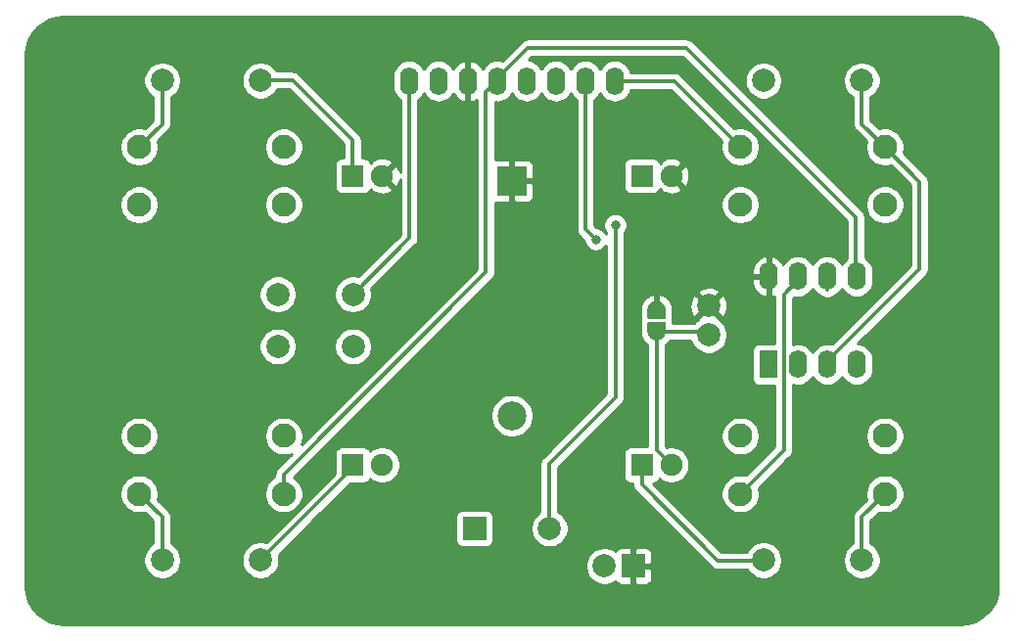
<source format=gbr>
G04 #@! TF.GenerationSoftware,KiCad,Pcbnew,(5.1.6)-1*
G04 #@! TF.CreationDate,2021-06-05T18:08:31+10:00*
G04 #@! TF.ProjectId,Simon,53696d6f-6e2e-46b6-9963-61645f706362,rev?*
G04 #@! TF.SameCoordinates,Original*
G04 #@! TF.FileFunction,Copper,L2,Bot*
G04 #@! TF.FilePolarity,Positive*
%FSLAX46Y46*%
G04 Gerber Fmt 4.6, Leading zero omitted, Abs format (unit mm)*
G04 Created by KiCad (PCBNEW (5.1.6)-1) date 2021-06-05 18:08:31*
%MOMM*%
%LPD*%
G01*
G04 APERTURE LIST*
G04 #@! TA.AperFunction,ComponentPad*
%ADD10C,1.900000*%
G04 #@! TD*
G04 #@! TA.AperFunction,ComponentPad*
%ADD11R,1.900000X1.900000*%
G04 #@! TD*
G04 #@! TA.AperFunction,ComponentPad*
%ADD12O,1.600000X2.400000*%
G04 #@! TD*
G04 #@! TA.AperFunction,ComponentPad*
%ADD13R,1.600000X2.400000*%
G04 #@! TD*
G04 #@! TA.AperFunction,ComponentPad*
%ADD14C,2.500000*%
G04 #@! TD*
G04 #@! TA.AperFunction,ComponentPad*
%ADD15R,2.500000X2.500000*%
G04 #@! TD*
G04 #@! TA.AperFunction,ComponentPad*
%ADD16R,2.000000X2.000000*%
G04 #@! TD*
G04 #@! TA.AperFunction,ComponentPad*
%ADD17C,2.000000*%
G04 #@! TD*
G04 #@! TA.AperFunction,ComponentPad*
%ADD18C,2.100000*%
G04 #@! TD*
G04 #@! TA.AperFunction,SMDPad,CuDef*
%ADD19C,0.100000*%
G04 #@! TD*
G04 #@! TA.AperFunction,ViaPad*
%ADD20C,0.800000*%
G04 #@! TD*
G04 #@! TA.AperFunction,Conductor*
%ADD21C,0.300000*%
G04 #@! TD*
G04 #@! TA.AperFunction,Conductor*
%ADD22C,0.500000*%
G04 #@! TD*
G04 #@! TA.AperFunction,Conductor*
%ADD23C,0.254000*%
G04 #@! TD*
G04 APERTURE END LIST*
D10*
X13770000Y12500000D03*
D11*
X11230000Y12500000D03*
D12*
X22190000Y3810000D03*
X29810000Y-3810000D03*
X24730000Y3810000D03*
X27270000Y-3810000D03*
X27270000Y3810000D03*
X24730000Y-3810000D03*
X29810000Y3810000D03*
D13*
X22190000Y-3810000D03*
D14*
X0Y-8255000D03*
D15*
X0Y12065000D03*
D10*
X13770000Y-12500000D03*
D11*
X11230000Y-12500000D03*
D16*
X10500000Y-21250000D03*
D17*
X8000000Y-21250000D03*
D16*
X-3250000Y-18000000D03*
D17*
X3250000Y-18000000D03*
D10*
X-11230000Y12500000D03*
D11*
X-13770000Y12500000D03*
D10*
X-11230000Y-12500000D03*
D11*
X-13770000Y-12500000D03*
D18*
X-32250000Y15000000D03*
X-32250000Y10000000D03*
X-19750000Y15000000D03*
X-19750000Y10000000D03*
X19750000Y15000000D03*
X19750000Y10000000D03*
X32250000Y15000000D03*
X32250000Y10000000D03*
X-19750000Y-15000000D03*
X-19750000Y-10000000D03*
X-32250000Y-15000000D03*
X-32250000Y-10000000D03*
X32250000Y-15000000D03*
X32250000Y-10000000D03*
X19750000Y-15000000D03*
X19750000Y-10000000D03*
D17*
X-30250000Y20750000D03*
X-21750000Y20750000D03*
X30250000Y20750000D03*
X21750000Y20750000D03*
X-30250000Y-20750000D03*
X-21750000Y-20750000D03*
X30250000Y-20750000D03*
X21750000Y-20750000D03*
X-13750000Y-2250000D03*
X-20250000Y-2250000D03*
X-13750000Y2250000D03*
X-20250000Y2250000D03*
G04 #@! TA.AperFunction,SMDPad,CuDef*
D19*
G36*
X13274520Y175123D02*
G01*
X13273097Y170433D01*
X13270787Y166111D01*
X13267678Y162322D01*
X13263889Y159213D01*
X13259567Y156903D01*
X13254877Y155480D01*
X13250000Y155000D01*
X11750000Y155000D01*
X11745123Y155480D01*
X11740433Y156903D01*
X11736111Y159213D01*
X11732322Y162322D01*
X11729213Y166111D01*
X11726903Y170433D01*
X11725480Y175123D01*
X11725000Y180000D01*
X11725000Y930000D01*
X11725030Y930305D01*
X11725030Y931222D01*
X11728609Y1004408D01*
X11728628Y1004757D01*
X11728745Y1005793D01*
X11728847Y1006840D01*
X11739552Y1079328D01*
X11739605Y1079673D01*
X11739828Y1080719D01*
X11740027Y1081724D01*
X11757749Y1152806D01*
X11757752Y1152821D01*
X11757757Y1152837D01*
X11757839Y1153160D01*
X11758151Y1154142D01*
X11758458Y1155160D01*
X11783032Y1224171D01*
X11783038Y1224189D01*
X11783046Y1224209D01*
X11783158Y1224517D01*
X11783561Y1225458D01*
X11783969Y1226447D01*
X11815168Y1292749D01*
X11815319Y1293063D01*
X11815823Y1293981D01*
X11816315Y1294905D01*
X11853826Y1357830D01*
X11853834Y1357845D01*
X11853845Y1357861D01*
X11854015Y1358144D01*
X11854623Y1359031D01*
X11855187Y1359879D01*
X11898670Y1418858D01*
X11898878Y1419137D01*
X11899555Y1419944D01*
X11900213Y1420750D01*
X11949234Y1475194D01*
X11949243Y1475205D01*
X11949254Y1475216D01*
X11949478Y1475462D01*
X11950221Y1476190D01*
X11950965Y1476938D01*
X12005063Y1526336D01*
X12005074Y1526347D01*
X12005088Y1526358D01*
X12005334Y1526580D01*
X12006131Y1527221D01*
X12006957Y1527903D01*
X12065629Y1571796D01*
X12065910Y1572004D01*
X12066812Y1572594D01*
X12067654Y1573162D01*
X12130331Y1611120D01*
X12130631Y1611299D01*
X12131547Y1611778D01*
X12132480Y1612282D01*
X12198561Y1643943D01*
X12198876Y1644092D01*
X12199863Y1644490D01*
X12200813Y1644889D01*
X12269650Y1669945D01*
X12269668Y1669952D01*
X12269688Y1669958D01*
X12269997Y1670069D01*
X12270986Y1670360D01*
X12272002Y1670674D01*
X12342975Y1688896D01*
X12343314Y1688980D01*
X12344312Y1689171D01*
X12345367Y1689387D01*
X12417779Y1700597D01*
X12418125Y1700648D01*
X12419169Y1700743D01*
X12420209Y1700852D01*
X12493368Y1704943D01*
X12493717Y1704960D01*
X12494764Y1704953D01*
X12495811Y1704960D01*
X12569021Y1701891D01*
X12569369Y1701874D01*
X12570379Y1701768D01*
X12571453Y1701670D01*
X12644015Y1691472D01*
X12644361Y1691421D01*
X12645373Y1691213D01*
X12646415Y1691014D01*
X12717619Y1673788D01*
X12717634Y1673785D01*
X12717650Y1673780D01*
X12717974Y1673700D01*
X12718994Y1673384D01*
X12719977Y1673094D01*
X12789164Y1649002D01*
X12789176Y1648998D01*
X12789188Y1648993D01*
X12789506Y1648881D01*
X12790501Y1648462D01*
X12791441Y1648082D01*
X12857958Y1617348D01*
X12858274Y1617199D01*
X12859170Y1616714D01*
X12860123Y1616216D01*
X12923323Y1579136D01*
X12923623Y1578957D01*
X12924493Y1578370D01*
X12925367Y1577798D01*
X12984647Y1534729D01*
X12984929Y1534522D01*
X12985746Y1533845D01*
X12986551Y1533198D01*
X13041346Y1484550D01*
X13041605Y1484317D01*
X13042338Y1483579D01*
X13043091Y1482841D01*
X13092866Y1429088D01*
X13092876Y1429078D01*
X13092886Y1429066D01*
X13093112Y1428820D01*
X13093778Y1428002D01*
X13094446Y1427206D01*
X13138740Y1368850D01*
X13138748Y1368841D01*
X13138756Y1368830D01*
X13138958Y1368561D01*
X13139548Y1367673D01*
X13140128Y1366825D01*
X13178517Y1304424D01*
X13178523Y1304415D01*
X13178529Y1304404D01*
X13178704Y1304116D01*
X13179196Y1303192D01*
X13179700Y1302274D01*
X13211818Y1236424D01*
X13211822Y1236416D01*
X13211826Y1236407D01*
X13211973Y1236101D01*
X13212371Y1235134D01*
X13212784Y1234170D01*
X13238325Y1165492D01*
X13238445Y1165164D01*
X13238747Y1164162D01*
X13239064Y1163163D01*
X13257780Y1092326D01*
X13257782Y1092321D01*
X13257783Y1092315D01*
X13257869Y1091982D01*
X13258078Y1090927D01*
X13258289Y1089931D01*
X13270001Y1017619D01*
X13270005Y1017599D01*
X13270008Y1017577D01*
X13270058Y1017254D01*
X13270157Y1016245D01*
X13270277Y1015172D01*
X13274878Y942041D01*
X13274898Y941693D01*
X13274898Y941152D01*
X13274926Y940646D01*
X13274999Y930175D01*
X13274999Y930005D01*
X13275000Y930000D01*
X13275000Y180000D01*
X13274520Y175123D01*
G37*
G04 #@! TD.AperFunction*
G04 #@! TA.AperFunction,SMDPad,CuDef*
G36*
X11725480Y-195123D02*
G01*
X11726903Y-190433D01*
X11729213Y-186111D01*
X11732322Y-182322D01*
X11736111Y-179213D01*
X11740433Y-176903D01*
X11745123Y-175480D01*
X11750000Y-175000D01*
X13250000Y-175000D01*
X13254877Y-175480D01*
X13259567Y-176903D01*
X13263889Y-179213D01*
X13267678Y-182322D01*
X13270787Y-186111D01*
X13273097Y-190433D01*
X13274520Y-195123D01*
X13275000Y-200000D01*
X13275000Y-950000D01*
X13274970Y-950305D01*
X13274970Y-951222D01*
X13271391Y-1024408D01*
X13271372Y-1024757D01*
X13271255Y-1025793D01*
X13271153Y-1026840D01*
X13260448Y-1099328D01*
X13260395Y-1099673D01*
X13260172Y-1100719D01*
X13259973Y-1101724D01*
X13242251Y-1172806D01*
X13242248Y-1172821D01*
X13242243Y-1172837D01*
X13242161Y-1173160D01*
X13241849Y-1174142D01*
X13241542Y-1175160D01*
X13216968Y-1244171D01*
X13216962Y-1244189D01*
X13216954Y-1244209D01*
X13216842Y-1244517D01*
X13216439Y-1245458D01*
X13216031Y-1246447D01*
X13184832Y-1312749D01*
X13184681Y-1313063D01*
X13184177Y-1313981D01*
X13183685Y-1314905D01*
X13146174Y-1377830D01*
X13146166Y-1377845D01*
X13146155Y-1377861D01*
X13145985Y-1378144D01*
X13145377Y-1379031D01*
X13144813Y-1379879D01*
X13101330Y-1438858D01*
X13101122Y-1439137D01*
X13100445Y-1439944D01*
X13099787Y-1440750D01*
X13050766Y-1495194D01*
X13050757Y-1495205D01*
X13050746Y-1495216D01*
X13050522Y-1495462D01*
X13049779Y-1496190D01*
X13049035Y-1496938D01*
X12994937Y-1546336D01*
X12994926Y-1546347D01*
X12994912Y-1546358D01*
X12994666Y-1546580D01*
X12993869Y-1547221D01*
X12993043Y-1547903D01*
X12934371Y-1591796D01*
X12934090Y-1592004D01*
X12933188Y-1592594D01*
X12932346Y-1593162D01*
X12869669Y-1631120D01*
X12869369Y-1631299D01*
X12868453Y-1631778D01*
X12867520Y-1632282D01*
X12801439Y-1663943D01*
X12801124Y-1664092D01*
X12800137Y-1664490D01*
X12799187Y-1664889D01*
X12730350Y-1689945D01*
X12730332Y-1689952D01*
X12730312Y-1689958D01*
X12730003Y-1690069D01*
X12729014Y-1690360D01*
X12727998Y-1690674D01*
X12657025Y-1708896D01*
X12656686Y-1708980D01*
X12655688Y-1709171D01*
X12654633Y-1709387D01*
X12582221Y-1720597D01*
X12581875Y-1720648D01*
X12580831Y-1720743D01*
X12579791Y-1720852D01*
X12506632Y-1724943D01*
X12506283Y-1724960D01*
X12505236Y-1724953D01*
X12504189Y-1724960D01*
X12430979Y-1721891D01*
X12430631Y-1721874D01*
X12429621Y-1721768D01*
X12428547Y-1721670D01*
X12355985Y-1711472D01*
X12355639Y-1711421D01*
X12354627Y-1711213D01*
X12353585Y-1711014D01*
X12282381Y-1693788D01*
X12282366Y-1693785D01*
X12282350Y-1693780D01*
X12282026Y-1693700D01*
X12281006Y-1693384D01*
X12280023Y-1693094D01*
X12210836Y-1669002D01*
X12210824Y-1668998D01*
X12210812Y-1668993D01*
X12210494Y-1668881D01*
X12209499Y-1668462D01*
X12208559Y-1668082D01*
X12142042Y-1637348D01*
X12141726Y-1637199D01*
X12140830Y-1636714D01*
X12139877Y-1636216D01*
X12076677Y-1599136D01*
X12076377Y-1598957D01*
X12075507Y-1598370D01*
X12074633Y-1597798D01*
X12015353Y-1554729D01*
X12015071Y-1554522D01*
X12014254Y-1553845D01*
X12013449Y-1553198D01*
X11958654Y-1504550D01*
X11958395Y-1504317D01*
X11957662Y-1503579D01*
X11956909Y-1502841D01*
X11907134Y-1449088D01*
X11907124Y-1449078D01*
X11907114Y-1449066D01*
X11906888Y-1448820D01*
X11906222Y-1448002D01*
X11905554Y-1447206D01*
X11861260Y-1388850D01*
X11861252Y-1388841D01*
X11861244Y-1388830D01*
X11861042Y-1388561D01*
X11860452Y-1387673D01*
X11859872Y-1386825D01*
X11821483Y-1324424D01*
X11821477Y-1324415D01*
X11821471Y-1324404D01*
X11821296Y-1324116D01*
X11820804Y-1323192D01*
X11820300Y-1322274D01*
X11788182Y-1256424D01*
X11788178Y-1256416D01*
X11788174Y-1256407D01*
X11788027Y-1256101D01*
X11787629Y-1255134D01*
X11787216Y-1254170D01*
X11761675Y-1185492D01*
X11761555Y-1185164D01*
X11761253Y-1184162D01*
X11760936Y-1183163D01*
X11742220Y-1112326D01*
X11742218Y-1112321D01*
X11742217Y-1112315D01*
X11742131Y-1111982D01*
X11741922Y-1110927D01*
X11741711Y-1109931D01*
X11729999Y-1037619D01*
X11729995Y-1037599D01*
X11729992Y-1037577D01*
X11729942Y-1037254D01*
X11729843Y-1036245D01*
X11729723Y-1035172D01*
X11725122Y-962041D01*
X11725102Y-961693D01*
X11725102Y-961152D01*
X11725074Y-960646D01*
X11725001Y-950175D01*
X11725001Y-950005D01*
X11725000Y-950000D01*
X11725000Y-200000D01*
X11725480Y-195123D01*
G37*
G04 #@! TD.AperFunction*
D17*
X17000000Y1270000D03*
X17000000Y-1270000D03*
D12*
X8890000Y20701000D03*
X6350000Y20701000D03*
X3810000Y20701000D03*
X1270000Y20701000D03*
X-1270000Y20701000D03*
X-3810000Y20701000D03*
X-6350000Y20701000D03*
X-8890000Y20701000D03*
D20*
X8940000Y8250000D03*
X7250000Y7000000D03*
D21*
X-13770000Y12500000D02*
X-13770000Y15570000D01*
X-13770000Y15570000D02*
X-19000000Y20800000D01*
X-19000000Y20800000D02*
X-21600000Y20800000D01*
X-13770000Y-12500000D02*
X-13770000Y-12770000D01*
X-13770000Y-12770000D02*
X-21800000Y-20800000D01*
X11230000Y-12500000D02*
X11230000Y-14230000D01*
X11230000Y-14230000D02*
X17800000Y-20800000D01*
X17800000Y-20800000D02*
X21800000Y-20800000D01*
X-19400000Y-9900000D02*
X-19700000Y-9900000D01*
D22*
X12500000Y950000D02*
X12500000Y2700000D01*
D21*
X12500000Y-970000D02*
X12500000Y-10500000D01*
X12500000Y-970000D02*
X16720000Y-970000D01*
X12500000Y-11230000D02*
X12500000Y-10500000D01*
X13770000Y-12500000D02*
X12500000Y-11230000D01*
X30250000Y-20750000D02*
X30250000Y-17000000D01*
X30250000Y-17000000D02*
X32250000Y-15000000D01*
X23340001Y-11409999D02*
X19750000Y-15000000D01*
X23500000Y2250000D02*
X23500000Y-11250000D01*
X23500000Y-11250000D02*
X23340001Y-11409999D01*
X24730000Y3810000D02*
X24730000Y3480000D01*
X24730000Y3480000D02*
X23500000Y2250000D01*
X-30250000Y-20750000D02*
X-30250000Y-17000000D01*
X-30250000Y-17000000D02*
X-32250000Y-15000000D01*
X-2250000Y19721000D02*
X-1270000Y20701000D01*
X-1270000Y20930000D02*
X1400000Y23600000D01*
X-1270000Y20701000D02*
X-1270000Y20930000D01*
X29749990Y8949990D02*
X29749990Y4000010D01*
X15099980Y23600000D02*
X29749990Y8949990D01*
X14600000Y23600000D02*
X15099980Y23600000D01*
X14600000Y23600000D02*
X1400000Y23600000D01*
X-2250000Y4150000D02*
X-2250000Y19721000D01*
X-19750000Y-13350000D02*
X-2250000Y4150000D01*
X-19750000Y-15000000D02*
X-19750000Y-13350000D01*
X8890000Y20701000D02*
X14049000Y20701000D01*
X14049000Y20701000D02*
X19750000Y15000000D01*
X27276359Y-3723641D02*
X27250000Y-3750000D01*
X32250000Y15000000D02*
X30250000Y17000000D01*
X30250000Y17000000D02*
X30250000Y20750000D01*
X35250000Y12000000D02*
X32250000Y15000000D01*
X35250000Y4450000D02*
X35250000Y12000000D01*
X27270000Y-3810000D02*
X27270000Y-3530000D01*
X27270000Y-3530000D02*
X35250000Y4450000D01*
X-8890000Y20701000D02*
X-8890000Y12510000D01*
X-8890000Y12510000D02*
X-8890000Y7110000D01*
X-8890000Y7110000D02*
X-13750000Y2250000D01*
X27270000Y3810000D02*
X27270000Y2670000D01*
X3200000Y-12400000D02*
X3200000Y-18000000D01*
X8940000Y8250000D02*
X8940000Y-6660000D01*
X8940000Y-6660000D02*
X3200000Y-12400000D01*
X6350000Y20701000D02*
X6350000Y7900000D01*
X6350000Y7900000D02*
X7250000Y7000000D01*
X7250000Y7000000D02*
X7250000Y7000000D01*
X-30250000Y20750000D02*
X-30250000Y17000000D01*
X-30250000Y17000000D02*
X-32250000Y15000000D01*
D23*
G36*
X39388370Y26224002D02*
G01*
X40002423Y26038608D01*
X40568773Y25737475D01*
X41065847Y25332072D01*
X41474710Y24837841D01*
X41779791Y24273607D01*
X41969467Y23660863D01*
X42040001Y22989786D01*
X42040000Y-22965280D01*
X41974004Y-23638366D01*
X41788607Y-24252428D01*
X41487474Y-24818775D01*
X41082071Y-25315847D01*
X40587842Y-25724710D01*
X40023611Y-26029790D01*
X39410862Y-26219467D01*
X38739787Y-26290000D01*
X-38715280Y-26290000D01*
X-39388366Y-26224004D01*
X-40002428Y-26038607D01*
X-40568775Y-25737474D01*
X-41065847Y-25332071D01*
X-41474710Y-24837842D01*
X-41779790Y-24273611D01*
X-41969467Y-23660862D01*
X-42040000Y-22989787D01*
X-42040000Y-14834042D01*
X-33935000Y-14834042D01*
X-33935000Y-15165958D01*
X-33870246Y-15491496D01*
X-33743228Y-15798147D01*
X-33558825Y-16074125D01*
X-33324125Y-16308825D01*
X-33048147Y-16493228D01*
X-32741496Y-16620246D01*
X-32415958Y-16685000D01*
X-32084042Y-16685000D01*
X-31758504Y-16620246D01*
X-31745357Y-16614800D01*
X-31034999Y-17325159D01*
X-31035000Y-19308122D01*
X-31292252Y-19480013D01*
X-31519987Y-19707748D01*
X-31698918Y-19975537D01*
X-31822168Y-20273088D01*
X-31885000Y-20588967D01*
X-31885000Y-20911033D01*
X-31822168Y-21226912D01*
X-31698918Y-21524463D01*
X-31519987Y-21792252D01*
X-31292252Y-22019987D01*
X-31024463Y-22198918D01*
X-30726912Y-22322168D01*
X-30411033Y-22385000D01*
X-30088967Y-22385000D01*
X-29773088Y-22322168D01*
X-29475537Y-22198918D01*
X-29207748Y-22019987D01*
X-28980013Y-21792252D01*
X-28801082Y-21524463D01*
X-28677832Y-21226912D01*
X-28615000Y-20911033D01*
X-28615000Y-20588967D01*
X-23385000Y-20588967D01*
X-23385000Y-20911033D01*
X-23322168Y-21226912D01*
X-23198918Y-21524463D01*
X-23019987Y-21792252D01*
X-22792252Y-22019987D01*
X-22524463Y-22198918D01*
X-22226912Y-22322168D01*
X-21911033Y-22385000D01*
X-21588967Y-22385000D01*
X-21273088Y-22322168D01*
X-20975537Y-22198918D01*
X-20707748Y-22019987D01*
X-20480013Y-21792252D01*
X-20301082Y-21524463D01*
X-20177832Y-21226912D01*
X-20150394Y-21088967D01*
X6365000Y-21088967D01*
X6365000Y-21411033D01*
X6427832Y-21726912D01*
X6551082Y-22024463D01*
X6730013Y-22292252D01*
X6957748Y-22519987D01*
X7225537Y-22698918D01*
X7523088Y-22822168D01*
X7838967Y-22885000D01*
X8161033Y-22885000D01*
X8476912Y-22822168D01*
X8774463Y-22698918D01*
X8955335Y-22578063D01*
X8969463Y-22604494D01*
X9048815Y-22701185D01*
X9145506Y-22780537D01*
X9255820Y-22839502D01*
X9375518Y-22875812D01*
X9500000Y-22888072D01*
X10214250Y-22885000D01*
X10373000Y-22726250D01*
X10373000Y-21377000D01*
X10627000Y-21377000D01*
X10627000Y-22726250D01*
X10785750Y-22885000D01*
X11500000Y-22888072D01*
X11624482Y-22875812D01*
X11744180Y-22839502D01*
X11854494Y-22780537D01*
X11951185Y-22701185D01*
X12030537Y-22604494D01*
X12089502Y-22494180D01*
X12125812Y-22374482D01*
X12138072Y-22250000D01*
X12135000Y-21535750D01*
X11976250Y-21377000D01*
X10627000Y-21377000D01*
X10373000Y-21377000D01*
X10353000Y-21377000D01*
X10353000Y-21123000D01*
X10373000Y-21123000D01*
X10373000Y-19773750D01*
X10627000Y-19773750D01*
X10627000Y-21123000D01*
X11976250Y-21123000D01*
X12135000Y-20964250D01*
X12138072Y-20250000D01*
X12125812Y-20125518D01*
X12089502Y-20005820D01*
X12030537Y-19895506D01*
X11951185Y-19798815D01*
X11854494Y-19719463D01*
X11744180Y-19660498D01*
X11624482Y-19624188D01*
X11500000Y-19611928D01*
X10785750Y-19615000D01*
X10627000Y-19773750D01*
X10373000Y-19773750D01*
X10214250Y-19615000D01*
X9500000Y-19611928D01*
X9375518Y-19624188D01*
X9255820Y-19660498D01*
X9145506Y-19719463D01*
X9048815Y-19798815D01*
X8969463Y-19895506D01*
X8955335Y-19921937D01*
X8774463Y-19801082D01*
X8476912Y-19677832D01*
X8161033Y-19615000D01*
X7838967Y-19615000D01*
X7523088Y-19677832D01*
X7225537Y-19801082D01*
X6957748Y-19980013D01*
X6730013Y-20207748D01*
X6551082Y-20475537D01*
X6427832Y-20773088D01*
X6365000Y-21088967D01*
X-20150394Y-21088967D01*
X-20115000Y-20911033D01*
X-20115000Y-20588967D01*
X-20175360Y-20285517D01*
X-16889843Y-17000000D01*
X-4888072Y-17000000D01*
X-4888072Y-19000000D01*
X-4875812Y-19124482D01*
X-4839502Y-19244180D01*
X-4780537Y-19354494D01*
X-4701185Y-19451185D01*
X-4604494Y-19530537D01*
X-4494180Y-19589502D01*
X-4374482Y-19625812D01*
X-4250000Y-19638072D01*
X-2250000Y-19638072D01*
X-2125518Y-19625812D01*
X-2005820Y-19589502D01*
X-1895506Y-19530537D01*
X-1798815Y-19451185D01*
X-1719463Y-19354494D01*
X-1660498Y-19244180D01*
X-1624188Y-19124482D01*
X-1611928Y-19000000D01*
X-1611928Y-17000000D01*
X-1624188Y-16875518D01*
X-1660498Y-16755820D01*
X-1719463Y-16645506D01*
X-1798815Y-16548815D01*
X-1895506Y-16469463D01*
X-2005820Y-16410498D01*
X-2125518Y-16374188D01*
X-2250000Y-16361928D01*
X-4250000Y-16361928D01*
X-4374482Y-16374188D01*
X-4494180Y-16410498D01*
X-4604494Y-16469463D01*
X-4701185Y-16548815D01*
X-4780537Y-16645506D01*
X-4839502Y-16755820D01*
X-4875812Y-16875518D01*
X-4888072Y-17000000D01*
X-16889843Y-17000000D01*
X-13977914Y-14088072D01*
X-12820000Y-14088072D01*
X-12695518Y-14075812D01*
X-12575820Y-14039502D01*
X-12465506Y-13980537D01*
X-12368815Y-13901185D01*
X-12289463Y-13804494D01*
X-12246818Y-13724711D01*
X-12240379Y-13731150D01*
X-11980779Y-13904609D01*
X-11692327Y-14024089D01*
X-11386109Y-14085000D01*
X-11073891Y-14085000D01*
X-10767673Y-14024089D01*
X-10479221Y-13904609D01*
X-10219621Y-13731150D01*
X-9998850Y-13510379D01*
X-9825391Y-13250779D01*
X-9705911Y-12962327D01*
X-9645000Y-12656109D01*
X-9645000Y-12343891D01*
X-9705911Y-12037673D01*
X-9825391Y-11749221D01*
X-9998850Y-11489621D01*
X-10219621Y-11268850D01*
X-10479221Y-11095391D01*
X-10767673Y-10975911D01*
X-11073891Y-10915000D01*
X-11386109Y-10915000D01*
X-11692327Y-10975911D01*
X-11980779Y-11095391D01*
X-12240379Y-11268850D01*
X-12246818Y-11275289D01*
X-12289463Y-11195506D01*
X-12368815Y-11098815D01*
X-12465506Y-11019463D01*
X-12575820Y-10960498D01*
X-12695518Y-10924188D01*
X-12820000Y-10911928D01*
X-14720000Y-10911928D01*
X-14844482Y-10924188D01*
X-14964180Y-10960498D01*
X-15074494Y-11019463D01*
X-15171185Y-11098815D01*
X-15250537Y-11195506D01*
X-15309502Y-11305820D01*
X-15345812Y-11425518D01*
X-15358072Y-11550000D01*
X-15358072Y-13247914D01*
X-21285517Y-19175360D01*
X-21588967Y-19115000D01*
X-21911033Y-19115000D01*
X-22226912Y-19177832D01*
X-22524463Y-19301082D01*
X-22792252Y-19480013D01*
X-23019987Y-19707748D01*
X-23198918Y-19975537D01*
X-23322168Y-20273088D01*
X-23385000Y-20588967D01*
X-28615000Y-20588967D01*
X-28677832Y-20273088D01*
X-28801082Y-19975537D01*
X-28980013Y-19707748D01*
X-29207748Y-19480013D01*
X-29465000Y-19308123D01*
X-29465000Y-17038552D01*
X-29461203Y-16999999D01*
X-29465000Y-16961446D01*
X-29465000Y-16961439D01*
X-29476359Y-16846113D01*
X-29521246Y-16698140D01*
X-29594138Y-16561767D01*
X-29650387Y-16493228D01*
X-29667655Y-16472187D01*
X-29667658Y-16472184D01*
X-29692236Y-16442236D01*
X-29722184Y-16417658D01*
X-30635200Y-15504643D01*
X-30629754Y-15491496D01*
X-30565000Y-15165958D01*
X-30565000Y-14834042D01*
X-30629754Y-14508504D01*
X-30756772Y-14201853D01*
X-30941175Y-13925875D01*
X-31175875Y-13691175D01*
X-31451853Y-13506772D01*
X-31758504Y-13379754D01*
X-32084042Y-13315000D01*
X-32415958Y-13315000D01*
X-32741496Y-13379754D01*
X-33048147Y-13506772D01*
X-33324125Y-13691175D01*
X-33558825Y-13925875D01*
X-33743228Y-14201853D01*
X-33870246Y-14508504D01*
X-33935000Y-14834042D01*
X-42040000Y-14834042D01*
X-42040000Y-9834042D01*
X-33935000Y-9834042D01*
X-33935000Y-10165958D01*
X-33870246Y-10491496D01*
X-33743228Y-10798147D01*
X-33558825Y-11074125D01*
X-33324125Y-11308825D01*
X-33048147Y-11493228D01*
X-32741496Y-11620246D01*
X-32415958Y-11685000D01*
X-32084042Y-11685000D01*
X-31758504Y-11620246D01*
X-31451853Y-11493228D01*
X-31175875Y-11308825D01*
X-30941175Y-11074125D01*
X-30756772Y-10798147D01*
X-30629754Y-10491496D01*
X-30565000Y-10165958D01*
X-30565000Y-9834042D01*
X-21435000Y-9834042D01*
X-21435000Y-10165958D01*
X-21370246Y-10491496D01*
X-21243228Y-10798147D01*
X-21058825Y-11074125D01*
X-20824125Y-11308825D01*
X-20548147Y-11493228D01*
X-20241496Y-11620246D01*
X-19915958Y-11685000D01*
X-19584042Y-11685000D01*
X-19258504Y-11620246D01*
X-19039823Y-11529666D01*
X-20277815Y-12767658D01*
X-20307763Y-12792236D01*
X-20332341Y-12822184D01*
X-20332345Y-12822188D01*
X-20365310Y-12862356D01*
X-20405861Y-12911767D01*
X-20443585Y-12982345D01*
X-20478754Y-13048141D01*
X-20523641Y-13196114D01*
X-20538797Y-13350000D01*
X-20534999Y-13388562D01*
X-20534999Y-13501326D01*
X-20548147Y-13506772D01*
X-20824125Y-13691175D01*
X-21058825Y-13925875D01*
X-21243228Y-14201853D01*
X-21370246Y-14508504D01*
X-21435000Y-14834042D01*
X-21435000Y-15165958D01*
X-21370246Y-15491496D01*
X-21243228Y-15798147D01*
X-21058825Y-16074125D01*
X-20824125Y-16308825D01*
X-20548147Y-16493228D01*
X-20241496Y-16620246D01*
X-19915958Y-16685000D01*
X-19584042Y-16685000D01*
X-19258504Y-16620246D01*
X-18951853Y-16493228D01*
X-18675875Y-16308825D01*
X-18441175Y-16074125D01*
X-18256772Y-15798147D01*
X-18129754Y-15491496D01*
X-18065000Y-15165958D01*
X-18065000Y-14834042D01*
X-18129754Y-14508504D01*
X-18256772Y-14201853D01*
X-18441175Y-13925875D01*
X-18675875Y-13691175D01*
X-18858795Y-13568952D01*
X-13359187Y-8069344D01*
X-1885000Y-8069344D01*
X-1885000Y-8440656D01*
X-1812561Y-8804834D01*
X-1670466Y-9147882D01*
X-1464175Y-9456618D01*
X-1201618Y-9719175D01*
X-892882Y-9925466D01*
X-549834Y-10067561D01*
X-185656Y-10140000D01*
X185656Y-10140000D01*
X549834Y-10067561D01*
X892882Y-9925466D01*
X1201618Y-9719175D01*
X1464175Y-9456618D01*
X1670466Y-9147882D01*
X1812561Y-8804834D01*
X1885000Y-8440656D01*
X1885000Y-8069344D01*
X1812561Y-7705166D01*
X1670466Y-7362118D01*
X1464175Y-7053382D01*
X1201618Y-6790825D01*
X892882Y-6584534D01*
X549834Y-6442439D01*
X185656Y-6370000D01*
X-185656Y-6370000D01*
X-549834Y-6442439D01*
X-892882Y-6584534D01*
X-1201618Y-6790825D01*
X-1464175Y-7053382D01*
X-1670466Y-7362118D01*
X-1812561Y-7705166D01*
X-1885000Y-8069344D01*
X-13359187Y-8069344D01*
X-1722183Y3567659D01*
X-1692236Y3592236D01*
X-1594138Y3711767D01*
X-1521246Y3848140D01*
X-1476359Y3996113D01*
X-1465000Y4111439D01*
X-1465000Y4111446D01*
X-1461203Y4149999D01*
X-1465000Y4188552D01*
X-1465000Y10216646D01*
X-1374482Y10189188D01*
X-1250000Y10176928D01*
X-285750Y10180000D01*
X-127000Y10338750D01*
X-127000Y11938000D01*
X127000Y11938000D01*
X127000Y10338750D01*
X285750Y10180000D01*
X1250000Y10176928D01*
X1374482Y10189188D01*
X1494180Y10225498D01*
X1604494Y10284463D01*
X1701185Y10363815D01*
X1780537Y10460506D01*
X1839502Y10570820D01*
X1875812Y10690518D01*
X1888072Y10815000D01*
X1885000Y11779250D01*
X1726250Y11938000D01*
X127000Y11938000D01*
X-127000Y11938000D01*
X-147000Y11938000D01*
X-147000Y12192000D01*
X-127000Y12192000D01*
X-127000Y13791250D01*
X127000Y13791250D01*
X127000Y12192000D01*
X1726250Y12192000D01*
X1885000Y12350750D01*
X1888072Y13315000D01*
X1875812Y13439482D01*
X1839502Y13559180D01*
X1780537Y13669494D01*
X1701185Y13766185D01*
X1604494Y13845537D01*
X1494180Y13904502D01*
X1374482Y13940812D01*
X1250000Y13953072D01*
X285750Y13950000D01*
X127000Y13791250D01*
X-127000Y13791250D01*
X-285750Y13950000D01*
X-1250000Y13953072D01*
X-1374482Y13940812D01*
X-1465000Y13913354D01*
X-1465000Y18878263D01*
X-1270000Y18859057D01*
X-988692Y18886764D01*
X-718193Y18968818D01*
X-468900Y19102068D01*
X-250393Y19281392D01*
X-71068Y19499899D01*
X0Y19632858D01*
X71068Y19499900D01*
X250392Y19281393D01*
X468899Y19102068D01*
X718192Y18968818D01*
X988691Y18886764D01*
X1270000Y18859057D01*
X1551308Y18886764D01*
X1821807Y18968818D01*
X2071100Y19102068D01*
X2289607Y19281392D01*
X2468932Y19499899D01*
X2540000Y19632858D01*
X2611068Y19499900D01*
X2790392Y19281393D01*
X3008899Y19102068D01*
X3258192Y18968818D01*
X3528691Y18886764D01*
X3810000Y18859057D01*
X4091308Y18886764D01*
X4361807Y18968818D01*
X4611100Y19102068D01*
X4829607Y19281392D01*
X5008932Y19499899D01*
X5080000Y19632858D01*
X5151068Y19499900D01*
X5330392Y19281393D01*
X5548899Y19102068D01*
X5565000Y19093462D01*
X5565001Y7938563D01*
X5561203Y7900000D01*
X5576359Y7746114D01*
X5621246Y7598141D01*
X5621247Y7598140D01*
X5694139Y7461767D01*
X5734690Y7412356D01*
X5767655Y7372188D01*
X5767659Y7372184D01*
X5792237Y7342236D01*
X5822185Y7317658D01*
X6215000Y6924843D01*
X6215000Y6898061D01*
X6254774Y6698102D01*
X6332795Y6509744D01*
X6446063Y6340226D01*
X6590226Y6196063D01*
X6759744Y6082795D01*
X6948102Y6004774D01*
X7148061Y5965000D01*
X7351939Y5965000D01*
X7551898Y6004774D01*
X7740256Y6082795D01*
X7909774Y6196063D01*
X8053937Y6340226D01*
X8155000Y6491478D01*
X8155001Y-6334842D01*
X2672190Y-11817653D01*
X2642236Y-11842236D01*
X2544138Y-11961768D01*
X2471246Y-12098141D01*
X2426359Y-12246114D01*
X2415000Y-12361440D01*
X2415000Y-12361447D01*
X2411203Y-12400000D01*
X2415000Y-12438553D01*
X2415001Y-16591531D01*
X2207748Y-16730013D01*
X1980013Y-16957748D01*
X1801082Y-17225537D01*
X1677832Y-17523088D01*
X1615000Y-17838967D01*
X1615000Y-18161033D01*
X1677832Y-18476912D01*
X1801082Y-18774463D01*
X1980013Y-19042252D01*
X2207748Y-19269987D01*
X2475537Y-19448918D01*
X2773088Y-19572168D01*
X3088967Y-19635000D01*
X3411033Y-19635000D01*
X3726912Y-19572168D01*
X4024463Y-19448918D01*
X4292252Y-19269987D01*
X4519987Y-19042252D01*
X4698918Y-18774463D01*
X4822168Y-18476912D01*
X4885000Y-18161033D01*
X4885000Y-17838967D01*
X4822168Y-17523088D01*
X4698918Y-17225537D01*
X4519987Y-16957748D01*
X4292252Y-16730013D01*
X4024463Y-16551082D01*
X3985000Y-16534736D01*
X3985000Y-12725157D01*
X5160157Y-11550000D01*
X9641928Y-11550000D01*
X9641928Y-13450000D01*
X9654188Y-13574482D01*
X9690498Y-13694180D01*
X9749463Y-13804494D01*
X9828815Y-13901185D01*
X9925506Y-13980537D01*
X10035820Y-14039502D01*
X10155518Y-14075812D01*
X10280000Y-14088072D01*
X10445001Y-14088072D01*
X10445001Y-14191438D01*
X10441203Y-14230000D01*
X10456359Y-14383886D01*
X10501246Y-14531859D01*
X10501247Y-14531860D01*
X10574139Y-14668233D01*
X10614690Y-14717644D01*
X10647655Y-14757812D01*
X10647659Y-14757816D01*
X10672237Y-14787764D01*
X10702185Y-14812342D01*
X17217658Y-21327816D01*
X17242236Y-21357764D01*
X17272184Y-21382342D01*
X17272187Y-21382345D01*
X17300843Y-21405862D01*
X17361767Y-21455862D01*
X17488574Y-21523641D01*
X17498140Y-21528754D01*
X17646112Y-21573641D01*
X17660490Y-21575057D01*
X17761439Y-21585000D01*
X17761446Y-21585000D01*
X17799999Y-21588797D01*
X17838552Y-21585000D01*
X20341532Y-21585000D01*
X20480013Y-21792252D01*
X20707748Y-22019987D01*
X20975537Y-22198918D01*
X21273088Y-22322168D01*
X21588967Y-22385000D01*
X21911033Y-22385000D01*
X22226912Y-22322168D01*
X22524463Y-22198918D01*
X22792252Y-22019987D01*
X23019987Y-21792252D01*
X23198918Y-21524463D01*
X23322168Y-21226912D01*
X23385000Y-20911033D01*
X23385000Y-20588967D01*
X28615000Y-20588967D01*
X28615000Y-20911033D01*
X28677832Y-21226912D01*
X28801082Y-21524463D01*
X28980013Y-21792252D01*
X29207748Y-22019987D01*
X29475537Y-22198918D01*
X29773088Y-22322168D01*
X30088967Y-22385000D01*
X30411033Y-22385000D01*
X30726912Y-22322168D01*
X31024463Y-22198918D01*
X31292252Y-22019987D01*
X31519987Y-21792252D01*
X31698918Y-21524463D01*
X31822168Y-21226912D01*
X31885000Y-20911033D01*
X31885000Y-20588967D01*
X31822168Y-20273088D01*
X31698918Y-19975537D01*
X31519987Y-19707748D01*
X31292252Y-19480013D01*
X31035000Y-19308123D01*
X31035000Y-17325157D01*
X31745357Y-16614800D01*
X31758504Y-16620246D01*
X32084042Y-16685000D01*
X32415958Y-16685000D01*
X32741496Y-16620246D01*
X33048147Y-16493228D01*
X33324125Y-16308825D01*
X33558825Y-16074125D01*
X33743228Y-15798147D01*
X33870246Y-15491496D01*
X33935000Y-15165958D01*
X33935000Y-14834042D01*
X33870246Y-14508504D01*
X33743228Y-14201853D01*
X33558825Y-13925875D01*
X33324125Y-13691175D01*
X33048147Y-13506772D01*
X32741496Y-13379754D01*
X32415958Y-13315000D01*
X32084042Y-13315000D01*
X31758504Y-13379754D01*
X31451853Y-13506772D01*
X31175875Y-13691175D01*
X30941175Y-13925875D01*
X30756772Y-14201853D01*
X30629754Y-14508504D01*
X30565000Y-14834042D01*
X30565000Y-15165958D01*
X30629754Y-15491496D01*
X30635200Y-15504643D01*
X29722185Y-16417658D01*
X29692237Y-16442236D01*
X29667659Y-16472184D01*
X29667655Y-16472188D01*
X29650388Y-16493228D01*
X29594139Y-16561767D01*
X29562882Y-16620246D01*
X29521246Y-16698141D01*
X29476359Y-16846114D01*
X29461203Y-17000000D01*
X29465001Y-17038563D01*
X29465000Y-19308122D01*
X29207748Y-19480013D01*
X28980013Y-19707748D01*
X28801082Y-19975537D01*
X28677832Y-20273088D01*
X28615000Y-20588967D01*
X23385000Y-20588967D01*
X23322168Y-20273088D01*
X23198918Y-19975537D01*
X23019987Y-19707748D01*
X22792252Y-19480013D01*
X22524463Y-19301082D01*
X22226912Y-19177832D01*
X21911033Y-19115000D01*
X21588967Y-19115000D01*
X21273088Y-19177832D01*
X20975537Y-19301082D01*
X20707748Y-19480013D01*
X20480013Y-19707748D01*
X20301082Y-19975537D01*
X20284736Y-20015000D01*
X18125158Y-20015000D01*
X12196595Y-14086438D01*
X12304482Y-14075812D01*
X12424180Y-14039502D01*
X12534494Y-13980537D01*
X12631185Y-13901185D01*
X12710537Y-13804494D01*
X12753182Y-13724711D01*
X12759621Y-13731150D01*
X13019221Y-13904609D01*
X13307673Y-14024089D01*
X13613891Y-14085000D01*
X13926109Y-14085000D01*
X14232327Y-14024089D01*
X14520779Y-13904609D01*
X14780379Y-13731150D01*
X15001150Y-13510379D01*
X15174609Y-13250779D01*
X15294089Y-12962327D01*
X15355000Y-12656109D01*
X15355000Y-12343891D01*
X15294089Y-12037673D01*
X15174609Y-11749221D01*
X15001150Y-11489621D01*
X14780379Y-11268850D01*
X14520779Y-11095391D01*
X14232327Y-10975911D01*
X13926109Y-10915000D01*
X13613891Y-10915000D01*
X13348039Y-10967882D01*
X13285000Y-10904843D01*
X13285000Y-9834042D01*
X18065000Y-9834042D01*
X18065000Y-10165958D01*
X18129754Y-10491496D01*
X18256772Y-10798147D01*
X18441175Y-11074125D01*
X18675875Y-11308825D01*
X18951853Y-11493228D01*
X19258504Y-11620246D01*
X19584042Y-11685000D01*
X19915958Y-11685000D01*
X20241496Y-11620246D01*
X20548147Y-11493228D01*
X20824125Y-11308825D01*
X21058825Y-11074125D01*
X21243228Y-10798147D01*
X21370246Y-10491496D01*
X21435000Y-10165958D01*
X21435000Y-9834042D01*
X21370246Y-9508504D01*
X21243228Y-9201853D01*
X21058825Y-8925875D01*
X20824125Y-8691175D01*
X20548147Y-8506772D01*
X20241496Y-8379754D01*
X19915958Y-8315000D01*
X19584042Y-8315000D01*
X19258504Y-8379754D01*
X18951853Y-8506772D01*
X18675875Y-8691175D01*
X18441175Y-8925875D01*
X18256772Y-9201853D01*
X18129754Y-9508504D01*
X18065000Y-9834042D01*
X13285000Y-9834042D01*
X13285000Y-2124773D01*
X13286059Y-2123998D01*
X13287899Y-2122884D01*
X13289767Y-2121625D01*
X13289613Y-2121397D01*
X13338316Y-2085752D01*
X13338587Y-2085531D01*
X13342053Y-2082684D01*
X13454836Y-1989382D01*
X13496024Y-1951775D01*
X13496204Y-1951959D01*
X13497812Y-1950384D01*
X13499206Y-1948869D01*
X13500835Y-1947382D01*
X13502442Y-1945764D01*
X13502245Y-1945568D01*
X13542556Y-1901771D01*
X13542779Y-1901502D01*
X13546024Y-1897555D01*
X13638536Y-1784123D01*
X13660010Y-1755000D01*
X15431182Y-1755000D01*
X15551082Y-2044463D01*
X15730013Y-2312252D01*
X15957748Y-2539987D01*
X16225537Y-2718918D01*
X16523088Y-2842168D01*
X16838967Y-2905000D01*
X17161033Y-2905000D01*
X17476912Y-2842168D01*
X17774463Y-2718918D01*
X18042252Y-2539987D01*
X18269987Y-2312252D01*
X18448918Y-2044463D01*
X18572168Y-1746912D01*
X18635000Y-1431033D01*
X18635000Y-1108967D01*
X18572168Y-793088D01*
X18448918Y-495537D01*
X18269987Y-227748D01*
X18042252Y-13D01*
X17933400Y72720D01*
X17955808Y134587D01*
X17000000Y1090395D01*
X16044192Y134587D01*
X16066600Y72720D01*
X15957748Y-13D01*
X15772761Y-185000D01*
X13912336Y-185000D01*
X13910004Y-137502D01*
X13909524Y-132625D01*
X13885133Y-10000D01*
X13909524Y112625D01*
X13910004Y117502D01*
X13913072Y180000D01*
X13913072Y930000D01*
X13913071Y930010D01*
X13913071Y930175D01*
X13913055Y934623D01*
X13912982Y945094D01*
X13909517Y1007208D01*
X13909404Y1008281D01*
X13909283Y1010565D01*
X13909246Y1010912D01*
X13908867Y1014383D01*
X13892551Y1159845D01*
X13884851Y1207405D01*
X15358282Y1207405D01*
X15402039Y888325D01*
X15507205Y583912D01*
X15600186Y409956D01*
X15864587Y314192D01*
X16820395Y1270000D01*
X17179605Y1270000D01*
X18135413Y314192D01*
X18399814Y409956D01*
X18540704Y699571D01*
X18622384Y1011108D01*
X18641718Y1332595D01*
X18597961Y1651675D01*
X18492795Y1956088D01*
X18399814Y2130044D01*
X18135413Y2225808D01*
X17179605Y1270000D01*
X16820395Y1270000D01*
X15864587Y2225808D01*
X15600186Y2130044D01*
X15459296Y1840429D01*
X15377616Y1528892D01*
X15358282Y1207405D01*
X13884851Y1207405D01*
X13883640Y1214882D01*
X13883893Y1214932D01*
X13883451Y1217163D01*
X13882951Y1219138D01*
X13882602Y1221296D01*
X13882133Y1223504D01*
X13881861Y1223446D01*
X13867122Y1281708D01*
X13867019Y1282041D01*
X13865645Y1286427D01*
X13821386Y1425949D01*
X13802016Y1478027D01*
X13802265Y1478129D01*
X13801402Y1480224D01*
X13800465Y1482198D01*
X13799634Y1484432D01*
X13798741Y1486515D01*
X13798471Y1486399D01*
X13772701Y1540684D01*
X13772535Y1540991D01*
X13770406Y1544895D01*
X13699889Y1673164D01*
X13670791Y1720452D01*
X13671018Y1720603D01*
X13669767Y1722487D01*
X13668435Y1724280D01*
X13667155Y1726360D01*
X13665872Y1728233D01*
X13665624Y1728063D01*
X13629590Y1776565D01*
X13629368Y1776833D01*
X13626781Y1779936D01*
X13532693Y1892067D01*
X13494829Y1932961D01*
X13495012Y1933143D01*
X13493405Y1934761D01*
X13491909Y1936114D01*
X13491568Y1936482D01*
X13491604Y1936518D01*
X13491598Y1936524D01*
X13491363Y1936703D01*
X13490382Y1937763D01*
X13488774Y1939338D01*
X13488572Y1939132D01*
X13442695Y1980620D01*
X13442430Y1980835D01*
X13439046Y1976663D01*
X13436811Y1978370D01*
X13440225Y1982616D01*
X13326156Y2074330D01*
X13281133Y2107040D01*
X13281282Y2107260D01*
X13279371Y2108549D01*
X13277582Y2109620D01*
X13275699Y2110988D01*
X13273836Y2112207D01*
X13273674Y2111959D01*
X13220270Y2143929D01*
X13219961Y2144092D01*
X13217872Y2145189D01*
X13088155Y2213004D01*
X13037452Y2236437D01*
X13037550Y2236670D01*
X13035443Y2237555D01*
X13033586Y2238224D01*
X13031664Y2239112D01*
X13029581Y2239954D01*
X13029479Y2239703D01*
X12973037Y2260028D01*
X12972703Y2260129D01*
X12968165Y2261483D01*
X12827746Y2302810D01*
X12773840Y2315846D01*
X12773895Y2316116D01*
X12771638Y2316580D01*
X12769452Y2316907D01*
X12767051Y2317488D01*
X12764863Y2317905D01*
X12764805Y2317603D01*
X12703386Y2326801D01*
X12703038Y2326834D01*
X12700635Y2327058D01*
X12554864Y2340325D01*
X12499508Y2342640D01*
X12499510Y2342918D01*
X12497206Y2342935D01*
X12494956Y2342830D01*
X12492448Y2342935D01*
X12490220Y2342919D01*
X12490222Y2342609D01*
X12428464Y2339731D01*
X12428117Y2339696D01*
X12425451Y2339421D01*
X12279879Y2324120D01*
X12224843Y2315603D01*
X12224794Y2315858D01*
X12222561Y2315432D01*
X12220563Y2314941D01*
X12218348Y2314598D01*
X12216135Y2314144D01*
X12216192Y2313866D01*
X12157443Y2299422D01*
X12157109Y2299321D01*
X12153117Y2298100D01*
X12013288Y2254816D01*
X11960918Y2235757D01*
X11960821Y2235997D01*
X11958720Y2235148D01*
X11956860Y2234280D01*
X11954739Y2233508D01*
X11952650Y2232630D01*
X11952761Y2232367D01*
X11897891Y2206759D01*
X11897583Y2206595D01*
X11893988Y2204666D01*
X11765231Y2135047D01*
X11717583Y2106202D01*
X11717444Y2106414D01*
X11715537Y2105166D01*
X11713941Y2103998D01*
X11712101Y2102884D01*
X11710233Y2101625D01*
X11710387Y2101397D01*
X11661684Y2065752D01*
X11661413Y2065531D01*
X11657947Y2062684D01*
X11545164Y1969382D01*
X11503976Y1931775D01*
X11503796Y1931959D01*
X11502188Y1930384D01*
X11500794Y1928869D01*
X11499165Y1927382D01*
X11497558Y1925764D01*
X11497755Y1925568D01*
X11457444Y1881771D01*
X11457221Y1881502D01*
X11453976Y1877555D01*
X11361464Y1764123D01*
X11328468Y1719373D01*
X11328251Y1719522D01*
X11326960Y1717637D01*
X11325863Y1715840D01*
X11324504Y1713997D01*
X11323260Y1712125D01*
X11323498Y1711967D01*
X11292126Y1660579D01*
X11291960Y1660272D01*
X11289851Y1656339D01*
X11221132Y1527098D01*
X11197370Y1476601D01*
X11197133Y1476703D01*
X11196236Y1474609D01*
X11195532Y1472695D01*
X11194593Y1470699D01*
X11193734Y1468615D01*
X11193993Y1468508D01*
X11173182Y1411910D01*
X11173079Y1411577D01*
X11171817Y1407449D01*
X11129511Y1267322D01*
X11116070Y1213407D01*
X11115808Y1213463D01*
X11115329Y1211211D01*
X11114996Y1209103D01*
X11114429Y1206827D01*
X11113996Y1204640D01*
X11114283Y1204583D01*
X11104773Y1144307D01*
X11104737Y1143960D01*
X11104376Y1140382D01*
X11090092Y994705D01*
X11087047Y932439D01*
X11087047Y932424D01*
X11086928Y930000D01*
X11086928Y180000D01*
X11089996Y117502D01*
X11090476Y112625D01*
X11114867Y-10000D01*
X11090476Y-132625D01*
X11089996Y-137502D01*
X11086928Y-200000D01*
X11086928Y-950000D01*
X11086929Y-950010D01*
X11086929Y-950175D01*
X11086945Y-954623D01*
X11087018Y-965094D01*
X11090483Y-1027208D01*
X11090596Y-1028281D01*
X11090717Y-1030565D01*
X11090754Y-1030912D01*
X11091133Y-1034383D01*
X11107449Y-1179845D01*
X11116360Y-1234882D01*
X11116107Y-1234932D01*
X11116549Y-1237163D01*
X11117049Y-1239138D01*
X11117398Y-1241296D01*
X11117867Y-1243504D01*
X11118139Y-1243446D01*
X11132878Y-1301708D01*
X11132981Y-1302041D01*
X11134355Y-1306427D01*
X11178614Y-1445949D01*
X11197984Y-1498027D01*
X11197735Y-1498129D01*
X11198598Y-1500224D01*
X11199535Y-1502198D01*
X11200366Y-1504432D01*
X11201259Y-1506515D01*
X11201529Y-1506399D01*
X11227299Y-1560684D01*
X11227465Y-1560991D01*
X11229594Y-1564895D01*
X11300111Y-1693164D01*
X11329209Y-1740452D01*
X11328982Y-1740603D01*
X11330233Y-1742487D01*
X11331565Y-1744280D01*
X11332845Y-1746360D01*
X11334128Y-1748233D01*
X11334376Y-1748063D01*
X11370410Y-1796565D01*
X11370632Y-1796833D01*
X11373219Y-1799936D01*
X11467307Y-1912067D01*
X11505171Y-1952961D01*
X11504988Y-1953143D01*
X11506595Y-1954761D01*
X11508091Y-1956114D01*
X11508432Y-1956482D01*
X11508396Y-1956518D01*
X11508402Y-1956524D01*
X11508637Y-1956703D01*
X11509618Y-1957763D01*
X11511226Y-1959338D01*
X11511428Y-1959132D01*
X11557305Y-2000620D01*
X11557570Y-2000835D01*
X11560954Y-1996663D01*
X11563189Y-1998370D01*
X11559775Y-2002616D01*
X11673844Y-2094330D01*
X11715000Y-2124231D01*
X11715001Y-10461429D01*
X11715000Y-10461439D01*
X11715000Y-10911928D01*
X10280000Y-10911928D01*
X10155518Y-10924188D01*
X10035820Y-10960498D01*
X9925506Y-11019463D01*
X9828815Y-11098815D01*
X9749463Y-11195506D01*
X9690498Y-11305820D01*
X9654188Y-11425518D01*
X9641928Y-11550000D01*
X5160157Y-11550000D01*
X9467810Y-7242347D01*
X9497764Y-7217764D01*
X9595862Y-7098233D01*
X9668754Y-6961860D01*
X9713642Y-6813887D01*
X9721020Y-6738974D01*
X9725000Y-6698561D01*
X9725000Y-6698556D01*
X9728797Y-6660000D01*
X9725000Y-6621444D01*
X9725000Y2405413D01*
X16044192Y2405413D01*
X17000000Y1449605D01*
X17955808Y2405413D01*
X17860044Y2669814D01*
X17570429Y2810704D01*
X17258892Y2892384D01*
X16937405Y2911718D01*
X16618325Y2867961D01*
X16313912Y2762795D01*
X16139956Y2669814D01*
X16044192Y2405413D01*
X9725000Y2405413D01*
X9725000Y3683000D01*
X20755000Y3683000D01*
X20755000Y3283000D01*
X20807350Y3005486D01*
X20912834Y2743517D01*
X21067399Y2507161D01*
X21265105Y2305500D01*
X21498354Y2146285D01*
X21758182Y2035633D01*
X21840961Y2018096D01*
X22063000Y2140085D01*
X22063000Y3683000D01*
X20755000Y3683000D01*
X9725000Y3683000D01*
X9725000Y4337000D01*
X20755000Y4337000D01*
X20755000Y3937000D01*
X22063000Y3937000D01*
X22063000Y5479915D01*
X21840961Y5601904D01*
X21758182Y5584367D01*
X21498354Y5473715D01*
X21265105Y5314500D01*
X21067399Y5112839D01*
X20912834Y4876483D01*
X20807350Y4614514D01*
X20755000Y4337000D01*
X9725000Y4337000D01*
X9725000Y7571289D01*
X9743937Y7590226D01*
X9857205Y7759744D01*
X9935226Y7948102D01*
X9975000Y8148061D01*
X9975000Y8351939D01*
X9935226Y8551898D01*
X9857205Y8740256D01*
X9743937Y8909774D01*
X9599774Y9053937D01*
X9430256Y9167205D01*
X9241898Y9245226D01*
X9041939Y9285000D01*
X8838061Y9285000D01*
X8638102Y9245226D01*
X8449744Y9167205D01*
X8280226Y9053937D01*
X8136063Y8909774D01*
X8022795Y8740256D01*
X7944774Y8551898D01*
X7905000Y8351939D01*
X7905000Y8148061D01*
X7944774Y7948102D01*
X8022795Y7759744D01*
X8136063Y7590226D01*
X8155000Y7571289D01*
X8155000Y7508522D01*
X8053937Y7659774D01*
X7909774Y7803937D01*
X7740256Y7917205D01*
X7551898Y7995226D01*
X7351939Y8035000D01*
X7325157Y8035000D01*
X7135000Y8225157D01*
X7135000Y10165958D01*
X18065000Y10165958D01*
X18065000Y9834042D01*
X18129754Y9508504D01*
X18256772Y9201853D01*
X18441175Y8925875D01*
X18675875Y8691175D01*
X18951853Y8506772D01*
X19258504Y8379754D01*
X19584042Y8315000D01*
X19915958Y8315000D01*
X20241496Y8379754D01*
X20548147Y8506772D01*
X20824125Y8691175D01*
X21058825Y8925875D01*
X21243228Y9201853D01*
X21370246Y9508504D01*
X21435000Y9834042D01*
X21435000Y10165958D01*
X21370246Y10491496D01*
X21243228Y10798147D01*
X21058825Y11074125D01*
X20824125Y11308825D01*
X20548147Y11493228D01*
X20241496Y11620246D01*
X19915958Y11685000D01*
X19584042Y11685000D01*
X19258504Y11620246D01*
X18951853Y11493228D01*
X18675875Y11308825D01*
X18441175Y11074125D01*
X18256772Y10798147D01*
X18129754Y10491496D01*
X18065000Y10165958D01*
X7135000Y10165958D01*
X7135000Y13450000D01*
X9641928Y13450000D01*
X9641928Y11550000D01*
X9654188Y11425518D01*
X9690498Y11305820D01*
X9749463Y11195506D01*
X9828815Y11098815D01*
X9925506Y11019463D01*
X10035820Y10960498D01*
X10155518Y10924188D01*
X10280000Y10911928D01*
X12180000Y10911928D01*
X12304482Y10924188D01*
X12424180Y10960498D01*
X12534494Y11019463D01*
X12631185Y11098815D01*
X12710537Y11195506D01*
X12769502Y11305820D01*
X12775630Y11326022D01*
X12849854Y11400246D01*
X12939579Y11140958D01*
X13220671Y11005065D01*
X13522873Y10926621D01*
X13834573Y10908641D01*
X14143791Y10951816D01*
X14438644Y11054487D01*
X14600421Y11140958D01*
X14690147Y11400248D01*
X13770000Y12320395D01*
X13755858Y12306253D01*
X13576253Y12485858D01*
X13590395Y12500000D01*
X13949605Y12500000D01*
X14869752Y11579853D01*
X15129042Y11669579D01*
X15264935Y11950671D01*
X15343379Y12252873D01*
X15361359Y12564573D01*
X15318184Y12873791D01*
X15215513Y13168644D01*
X15129042Y13330421D01*
X14869752Y13420147D01*
X13949605Y12500000D01*
X13590395Y12500000D01*
X13576253Y12514143D01*
X13755858Y12693748D01*
X13770000Y12679605D01*
X14690147Y13599752D01*
X14600421Y13859042D01*
X14319329Y13994935D01*
X14017127Y14073379D01*
X13705427Y14091359D01*
X13396209Y14048184D01*
X13101356Y13945513D01*
X12939579Y13859042D01*
X12849854Y13599754D01*
X12775630Y13673978D01*
X12769502Y13694180D01*
X12710537Y13804494D01*
X12631185Y13901185D01*
X12534494Y13980537D01*
X12424180Y14039502D01*
X12304482Y14075812D01*
X12180000Y14088072D01*
X10280000Y14088072D01*
X10155518Y14075812D01*
X10035820Y14039502D01*
X9925506Y13980537D01*
X9828815Y13901185D01*
X9749463Y13804494D01*
X9690498Y13694180D01*
X9654188Y13574482D01*
X9641928Y13450000D01*
X7135000Y13450000D01*
X7135000Y19093462D01*
X7151100Y19102068D01*
X7369607Y19281392D01*
X7548932Y19499899D01*
X7620000Y19632858D01*
X7691068Y19499900D01*
X7870392Y19281393D01*
X8088899Y19102068D01*
X8338192Y18968818D01*
X8608691Y18886764D01*
X8890000Y18859057D01*
X9171308Y18886764D01*
X9441807Y18968818D01*
X9691100Y19102068D01*
X9909607Y19281392D01*
X10088932Y19499899D01*
X10222182Y19749192D01*
X10272782Y19916000D01*
X13723843Y19916000D01*
X18135200Y15504643D01*
X18129754Y15491496D01*
X18065000Y15165958D01*
X18065000Y14834042D01*
X18129754Y14508504D01*
X18256772Y14201853D01*
X18441175Y13925875D01*
X18675875Y13691175D01*
X18951853Y13506772D01*
X19258504Y13379754D01*
X19584042Y13315000D01*
X19915958Y13315000D01*
X20241496Y13379754D01*
X20548147Y13506772D01*
X20824125Y13691175D01*
X21058825Y13925875D01*
X21243228Y14201853D01*
X21370246Y14508504D01*
X21435000Y14834042D01*
X21435000Y15165958D01*
X21370246Y15491496D01*
X21243228Y15798147D01*
X21058825Y16074125D01*
X20824125Y16308825D01*
X20548147Y16493228D01*
X20241496Y16620246D01*
X19915958Y16685000D01*
X19584042Y16685000D01*
X19258504Y16620246D01*
X19245357Y16614800D01*
X14631347Y21228810D01*
X14606764Y21258764D01*
X14487233Y21356862D01*
X14350860Y21429754D01*
X14202887Y21474641D01*
X14087561Y21486000D01*
X14087553Y21486000D01*
X14049000Y21489797D01*
X14010447Y21486000D01*
X10272782Y21486000D01*
X10222182Y21652808D01*
X10088932Y21902101D01*
X9909608Y22120608D01*
X9691101Y22299932D01*
X9441808Y22433182D01*
X9171309Y22515236D01*
X8890000Y22542943D01*
X8608692Y22515236D01*
X8338193Y22433182D01*
X8088900Y22299932D01*
X7870393Y22120608D01*
X7691068Y21902101D01*
X7620000Y21769142D01*
X7548932Y21902101D01*
X7369608Y22120608D01*
X7151101Y22299932D01*
X6901808Y22433182D01*
X6631309Y22515236D01*
X6350000Y22542943D01*
X6068692Y22515236D01*
X5798193Y22433182D01*
X5548900Y22299932D01*
X5330393Y22120608D01*
X5151068Y21902101D01*
X5080000Y21769142D01*
X5008932Y21902101D01*
X4829608Y22120608D01*
X4611101Y22299932D01*
X4361808Y22433182D01*
X4091309Y22515236D01*
X3810000Y22542943D01*
X3528692Y22515236D01*
X3258193Y22433182D01*
X3008900Y22299932D01*
X2790393Y22120608D01*
X2611068Y21902101D01*
X2540000Y21769142D01*
X2468932Y21902101D01*
X2289608Y22120608D01*
X2071101Y22299932D01*
X1821808Y22433182D01*
X1551309Y22515236D01*
X1436684Y22526526D01*
X1725158Y22815000D01*
X14774823Y22815000D01*
X28964990Y8624833D01*
X28964991Y5372897D01*
X28790392Y5229607D01*
X28611068Y5011100D01*
X28540000Y4878142D01*
X28468932Y5011101D01*
X28289607Y5229608D01*
X28071100Y5408932D01*
X27821807Y5542182D01*
X27551308Y5624236D01*
X27270000Y5651943D01*
X26988691Y5624236D01*
X26718192Y5542182D01*
X26468899Y5408932D01*
X26250392Y5229607D01*
X26071068Y5011100D01*
X26000000Y4878142D01*
X25928932Y5011101D01*
X25749607Y5229608D01*
X25531100Y5408932D01*
X25281807Y5542182D01*
X25011308Y5624236D01*
X24730000Y5651943D01*
X24448691Y5624236D01*
X24178192Y5542182D01*
X23928899Y5408932D01*
X23710392Y5229607D01*
X23531068Y5011100D01*
X23462735Y4883258D01*
X23312601Y5112839D01*
X23114895Y5314500D01*
X22881646Y5473715D01*
X22621818Y5584367D01*
X22539039Y5601904D01*
X22317000Y5479915D01*
X22317000Y3937000D01*
X22337000Y3937000D01*
X22337000Y3683000D01*
X22317000Y3683000D01*
X22317000Y2140085D01*
X22539039Y2018096D01*
X22621818Y2035633D01*
X22715000Y2075316D01*
X22715000Y-1971928D01*
X21390000Y-1971928D01*
X21265518Y-1984188D01*
X21145820Y-2020498D01*
X21035506Y-2079463D01*
X20938815Y-2158815D01*
X20859463Y-2255506D01*
X20800498Y-2365820D01*
X20764188Y-2485518D01*
X20751928Y-2610000D01*
X20751928Y-5010000D01*
X20764188Y-5134482D01*
X20800498Y-5254180D01*
X20859463Y-5364494D01*
X20938815Y-5461185D01*
X21035506Y-5540537D01*
X21145820Y-5599502D01*
X21265518Y-5635812D01*
X21390000Y-5648072D01*
X22715001Y-5648072D01*
X22715001Y-10924841D01*
X20254643Y-13385200D01*
X20241496Y-13379754D01*
X19915958Y-13315000D01*
X19584042Y-13315000D01*
X19258504Y-13379754D01*
X18951853Y-13506772D01*
X18675875Y-13691175D01*
X18441175Y-13925875D01*
X18256772Y-14201853D01*
X18129754Y-14508504D01*
X18065000Y-14834042D01*
X18065000Y-15165958D01*
X18129754Y-15491496D01*
X18256772Y-15798147D01*
X18441175Y-16074125D01*
X18675875Y-16308825D01*
X18951853Y-16493228D01*
X19258504Y-16620246D01*
X19584042Y-16685000D01*
X19915958Y-16685000D01*
X20241496Y-16620246D01*
X20548147Y-16493228D01*
X20824125Y-16308825D01*
X21058825Y-16074125D01*
X21243228Y-15798147D01*
X21370246Y-15491496D01*
X21435000Y-15165958D01*
X21435000Y-14834042D01*
X21370246Y-14508504D01*
X21364800Y-14495357D01*
X23922346Y-11937812D01*
X23922352Y-11937805D01*
X24027806Y-11832350D01*
X24057764Y-11807764D01*
X24155862Y-11688233D01*
X24228754Y-11551860D01*
X24247634Y-11489621D01*
X24273642Y-11403887D01*
X24283300Y-11305820D01*
X24285000Y-11288561D01*
X24285000Y-11288556D01*
X24288797Y-11250000D01*
X24285000Y-11211444D01*
X24285000Y-9834042D01*
X30565000Y-9834042D01*
X30565000Y-10165958D01*
X30629754Y-10491496D01*
X30756772Y-10798147D01*
X30941175Y-11074125D01*
X31175875Y-11308825D01*
X31451853Y-11493228D01*
X31758504Y-11620246D01*
X32084042Y-11685000D01*
X32415958Y-11685000D01*
X32741496Y-11620246D01*
X33048147Y-11493228D01*
X33324125Y-11308825D01*
X33558825Y-11074125D01*
X33743228Y-10798147D01*
X33870246Y-10491496D01*
X33935000Y-10165958D01*
X33935000Y-9834042D01*
X33870246Y-9508504D01*
X33743228Y-9201853D01*
X33558825Y-8925875D01*
X33324125Y-8691175D01*
X33048147Y-8506772D01*
X32741496Y-8379754D01*
X32415958Y-8315000D01*
X32084042Y-8315000D01*
X31758504Y-8379754D01*
X31451853Y-8506772D01*
X31175875Y-8691175D01*
X30941175Y-8925875D01*
X30756772Y-9201853D01*
X30629754Y-9508504D01*
X30565000Y-9834042D01*
X24285000Y-9834042D01*
X24285000Y-5574581D01*
X24448692Y-5624236D01*
X24730000Y-5651943D01*
X25011309Y-5624236D01*
X25281808Y-5542182D01*
X25531101Y-5408932D01*
X25749608Y-5229608D01*
X25928932Y-5011101D01*
X26000000Y-4878142D01*
X26071068Y-5011101D01*
X26250393Y-5229608D01*
X26468900Y-5408932D01*
X26718193Y-5542182D01*
X26988692Y-5624236D01*
X27270000Y-5651943D01*
X27551309Y-5624236D01*
X27821808Y-5542182D01*
X28071101Y-5408932D01*
X28289608Y-5229608D01*
X28468932Y-5011101D01*
X28540000Y-4878142D01*
X28611068Y-5011101D01*
X28790393Y-5229608D01*
X29008900Y-5408932D01*
X29258193Y-5542182D01*
X29528692Y-5624236D01*
X29810000Y-5651943D01*
X30091309Y-5624236D01*
X30361808Y-5542182D01*
X30611101Y-5408932D01*
X30829608Y-5229608D01*
X31008932Y-5011101D01*
X31142182Y-4761808D01*
X31224236Y-4491309D01*
X31245000Y-4280491D01*
X31245000Y-3339508D01*
X31224236Y-3128691D01*
X31142182Y-2858192D01*
X31008932Y-2608899D01*
X30829607Y-2390392D01*
X30611100Y-2211068D01*
X30361807Y-2077818D01*
X30091308Y-1995764D01*
X29930256Y-1979901D01*
X35777817Y3867659D01*
X35807764Y3892236D01*
X35844502Y3937000D01*
X35864566Y3961449D01*
X35905862Y4011767D01*
X35978754Y4148140D01*
X36018902Y4280491D01*
X36023641Y4296112D01*
X36030698Y4367764D01*
X36035000Y4411439D01*
X36035000Y4411446D01*
X36038797Y4449999D01*
X36035000Y4488552D01*
X36035000Y11961444D01*
X36038797Y12000000D01*
X36035000Y12038556D01*
X36035000Y12038561D01*
X36031020Y12078974D01*
X36023642Y12153887D01*
X35978754Y12301860D01*
X35968847Y12320395D01*
X35905862Y12438233D01*
X35807764Y12557764D01*
X35777810Y12582347D01*
X33864800Y14495357D01*
X33870246Y14508504D01*
X33935000Y14834042D01*
X33935000Y15165958D01*
X33870246Y15491496D01*
X33743228Y15798147D01*
X33558825Y16074125D01*
X33324125Y16308825D01*
X33048147Y16493228D01*
X32741496Y16620246D01*
X32415958Y16685000D01*
X32084042Y16685000D01*
X31758504Y16620246D01*
X31745357Y16614800D01*
X31035000Y17325157D01*
X31035000Y19308123D01*
X31292252Y19480013D01*
X31519987Y19707748D01*
X31698918Y19975537D01*
X31822168Y20273088D01*
X31885000Y20588967D01*
X31885000Y20911033D01*
X31822168Y21226912D01*
X31698918Y21524463D01*
X31519987Y21792252D01*
X31292252Y22019987D01*
X31024463Y22198918D01*
X30726912Y22322168D01*
X30411033Y22385000D01*
X30088967Y22385000D01*
X29773088Y22322168D01*
X29475537Y22198918D01*
X29207748Y22019987D01*
X28980013Y21792252D01*
X28801082Y21524463D01*
X28677832Y21226912D01*
X28615000Y20911033D01*
X28615000Y20588967D01*
X28677832Y20273088D01*
X28801082Y19975537D01*
X28980013Y19707748D01*
X29207748Y19480013D01*
X29465001Y19308122D01*
X29465000Y17038553D01*
X29461203Y17000000D01*
X29465000Y16961447D01*
X29465000Y16961440D01*
X29476359Y16846114D01*
X29521246Y16698141D01*
X29594138Y16561768D01*
X29692236Y16442236D01*
X29722190Y16417653D01*
X30635200Y15504643D01*
X30629754Y15491496D01*
X30565000Y15165958D01*
X30565000Y14834042D01*
X30629754Y14508504D01*
X30756772Y14201853D01*
X30941175Y13925875D01*
X31175875Y13691175D01*
X31451853Y13506772D01*
X31758504Y13379754D01*
X32084042Y13315000D01*
X32415958Y13315000D01*
X32741496Y13379754D01*
X32754643Y13385200D01*
X34465001Y11674842D01*
X34465000Y4775158D01*
X27660850Y-2028993D01*
X27551308Y-1995764D01*
X27270000Y-1968057D01*
X26988691Y-1995764D01*
X26718192Y-2077818D01*
X26468899Y-2211068D01*
X26250392Y-2390393D01*
X26071068Y-2608900D01*
X26000000Y-2741858D01*
X25928932Y-2608899D01*
X25749607Y-2390392D01*
X25531100Y-2211068D01*
X25281807Y-2077818D01*
X25011308Y-1995764D01*
X24730000Y-1968057D01*
X24448691Y-1995764D01*
X24285000Y-2045419D01*
X24285000Y1924843D01*
X24377513Y2017356D01*
X24448692Y1995764D01*
X24730000Y1968057D01*
X25011309Y1995764D01*
X25281808Y2077818D01*
X25531101Y2211068D01*
X25749608Y2390392D01*
X25928932Y2608899D01*
X26000000Y2741858D01*
X26071068Y2608899D01*
X26250393Y2390392D01*
X26468900Y2211068D01*
X26718193Y2077818D01*
X26775273Y2060503D01*
X26831768Y2014138D01*
X26968141Y1941246D01*
X27116114Y1896359D01*
X27270000Y1881202D01*
X27423887Y1896359D01*
X27571860Y1941246D01*
X27708233Y2014138D01*
X27764728Y2060503D01*
X27821808Y2077818D01*
X28071101Y2211068D01*
X28289608Y2390392D01*
X28468932Y2608899D01*
X28540000Y2741858D01*
X28611068Y2608899D01*
X28790393Y2390392D01*
X29008900Y2211068D01*
X29258193Y2077818D01*
X29528692Y1995764D01*
X29810000Y1968057D01*
X30091309Y1995764D01*
X30361808Y2077818D01*
X30611101Y2211068D01*
X30829608Y2390392D01*
X31008932Y2608899D01*
X31142182Y2858192D01*
X31224236Y3128691D01*
X31245000Y3339509D01*
X31245000Y4280492D01*
X31224236Y4491309D01*
X31142182Y4761808D01*
X31008932Y5011101D01*
X30829607Y5229608D01*
X30611100Y5408932D01*
X30534990Y5449614D01*
X30534990Y8911434D01*
X30538787Y8949990D01*
X30534990Y8988550D01*
X30534990Y8988551D01*
X30528550Y9053937D01*
X30523632Y9103877D01*
X30478744Y9251850D01*
X30461025Y9285000D01*
X30405852Y9388223D01*
X30307754Y9507754D01*
X30277801Y9532336D01*
X29644179Y10165958D01*
X30565000Y10165958D01*
X30565000Y9834042D01*
X30629754Y9508504D01*
X30756772Y9201853D01*
X30941175Y8925875D01*
X31175875Y8691175D01*
X31451853Y8506772D01*
X31758504Y8379754D01*
X32084042Y8315000D01*
X32415958Y8315000D01*
X32741496Y8379754D01*
X33048147Y8506772D01*
X33324125Y8691175D01*
X33558825Y8925875D01*
X33743228Y9201853D01*
X33870246Y9508504D01*
X33935000Y9834042D01*
X33935000Y10165958D01*
X33870246Y10491496D01*
X33743228Y10798147D01*
X33558825Y11074125D01*
X33324125Y11308825D01*
X33048147Y11493228D01*
X32741496Y11620246D01*
X32415958Y11685000D01*
X32084042Y11685000D01*
X31758504Y11620246D01*
X31451853Y11493228D01*
X31175875Y11308825D01*
X30941175Y11074125D01*
X30756772Y10798147D01*
X30629754Y10491496D01*
X30565000Y10165958D01*
X29644179Y10165958D01*
X18899104Y20911033D01*
X20115000Y20911033D01*
X20115000Y20588967D01*
X20177832Y20273088D01*
X20301082Y19975537D01*
X20480013Y19707748D01*
X20707748Y19480013D01*
X20975537Y19301082D01*
X21273088Y19177832D01*
X21588967Y19115000D01*
X21911033Y19115000D01*
X22226912Y19177832D01*
X22524463Y19301082D01*
X22792252Y19480013D01*
X23019987Y19707748D01*
X23198918Y19975537D01*
X23322168Y20273088D01*
X23385000Y20588967D01*
X23385000Y20911033D01*
X23322168Y21226912D01*
X23198918Y21524463D01*
X23019987Y21792252D01*
X22792252Y22019987D01*
X22524463Y22198918D01*
X22226912Y22322168D01*
X21911033Y22385000D01*
X21588967Y22385000D01*
X21273088Y22322168D01*
X20975537Y22198918D01*
X20707748Y22019987D01*
X20480013Y21792252D01*
X20301082Y21524463D01*
X20177832Y21226912D01*
X20115000Y20911033D01*
X18899104Y20911033D01*
X15682327Y24127810D01*
X15657744Y24157764D01*
X15538213Y24255862D01*
X15401840Y24328754D01*
X15253867Y24373641D01*
X15138541Y24385000D01*
X15138533Y24385000D01*
X15099980Y24388797D01*
X15061427Y24385000D01*
X1438552Y24385000D01*
X1399999Y24388797D01*
X1361446Y24385000D01*
X1361439Y24385000D01*
X1260490Y24375057D01*
X1246112Y24373641D01*
X1211672Y24363194D01*
X1098140Y24328754D01*
X961767Y24255862D01*
X908770Y24212368D01*
X872187Y24182345D01*
X872184Y24182342D01*
X842236Y24157764D01*
X817658Y24127816D01*
X-840020Y22470138D01*
X-988691Y22515236D01*
X-1270000Y22542943D01*
X-1551308Y22515236D01*
X-1821807Y22433182D01*
X-2071100Y22299932D01*
X-2289607Y22120608D01*
X-2468932Y21902101D01*
X-2537265Y21774259D01*
X-2687399Y22003839D01*
X-2885105Y22205500D01*
X-3118354Y22364715D01*
X-3378182Y22475367D01*
X-3460961Y22492904D01*
X-3683000Y22370915D01*
X-3683000Y20828000D01*
X-3663000Y20828000D01*
X-3663000Y20574000D01*
X-3683000Y20574000D01*
X-3683000Y19031085D01*
X-3460961Y18909096D01*
X-3378182Y18926633D01*
X-3118354Y19037285D01*
X-3034999Y19094183D01*
X-3035000Y4475158D01*
X-18220334Y-10710177D01*
X-18129754Y-10491496D01*
X-18065000Y-10165958D01*
X-18065000Y-9834042D01*
X-18129754Y-9508504D01*
X-18256772Y-9201853D01*
X-18441175Y-8925875D01*
X-18675875Y-8691175D01*
X-18951853Y-8506772D01*
X-19258504Y-8379754D01*
X-19584042Y-8315000D01*
X-19915958Y-8315000D01*
X-20241496Y-8379754D01*
X-20548147Y-8506772D01*
X-20824125Y-8691175D01*
X-21058825Y-8925875D01*
X-21243228Y-9201853D01*
X-21370246Y-9508504D01*
X-21435000Y-9834042D01*
X-30565000Y-9834042D01*
X-30629754Y-9508504D01*
X-30756772Y-9201853D01*
X-30941175Y-8925875D01*
X-31175875Y-8691175D01*
X-31451853Y-8506772D01*
X-31758504Y-8379754D01*
X-32084042Y-8315000D01*
X-32415958Y-8315000D01*
X-32741496Y-8379754D01*
X-33048147Y-8506772D01*
X-33324125Y-8691175D01*
X-33558825Y-8925875D01*
X-33743228Y-9201853D01*
X-33870246Y-9508504D01*
X-33935000Y-9834042D01*
X-42040000Y-9834042D01*
X-42040000Y-2088967D01*
X-21885000Y-2088967D01*
X-21885000Y-2411033D01*
X-21822168Y-2726912D01*
X-21698918Y-3024463D01*
X-21519987Y-3292252D01*
X-21292252Y-3519987D01*
X-21024463Y-3698918D01*
X-20726912Y-3822168D01*
X-20411033Y-3885000D01*
X-20088967Y-3885000D01*
X-19773088Y-3822168D01*
X-19475537Y-3698918D01*
X-19207748Y-3519987D01*
X-18980013Y-3292252D01*
X-18801082Y-3024463D01*
X-18677832Y-2726912D01*
X-18615000Y-2411033D01*
X-18615000Y-2088967D01*
X-15385000Y-2088967D01*
X-15385000Y-2411033D01*
X-15322168Y-2726912D01*
X-15198918Y-3024463D01*
X-15019987Y-3292252D01*
X-14792252Y-3519987D01*
X-14524463Y-3698918D01*
X-14226912Y-3822168D01*
X-13911033Y-3885000D01*
X-13588967Y-3885000D01*
X-13273088Y-3822168D01*
X-12975537Y-3698918D01*
X-12707748Y-3519987D01*
X-12480013Y-3292252D01*
X-12301082Y-3024463D01*
X-12177832Y-2726912D01*
X-12115000Y-2411033D01*
X-12115000Y-2088967D01*
X-12177832Y-1773088D01*
X-12301082Y-1475537D01*
X-12480013Y-1207748D01*
X-12707748Y-980013D01*
X-12975537Y-801082D01*
X-13273088Y-677832D01*
X-13588967Y-615000D01*
X-13911033Y-615000D01*
X-14226912Y-677832D01*
X-14524463Y-801082D01*
X-14792252Y-980013D01*
X-15019987Y-1207748D01*
X-15198918Y-1475537D01*
X-15322168Y-1773088D01*
X-15385000Y-2088967D01*
X-18615000Y-2088967D01*
X-18677832Y-1773088D01*
X-18801082Y-1475537D01*
X-18980013Y-1207748D01*
X-19207748Y-980013D01*
X-19475537Y-801082D01*
X-19773088Y-677832D01*
X-20088967Y-615000D01*
X-20411033Y-615000D01*
X-20726912Y-677832D01*
X-21024463Y-801082D01*
X-21292252Y-980013D01*
X-21519987Y-1207748D01*
X-21698918Y-1475537D01*
X-21822168Y-1773088D01*
X-21885000Y-2088967D01*
X-42040000Y-2088967D01*
X-42040000Y2411033D01*
X-21885000Y2411033D01*
X-21885000Y2088967D01*
X-21822168Y1773088D01*
X-21698918Y1475537D01*
X-21519987Y1207748D01*
X-21292252Y980013D01*
X-21024463Y801082D01*
X-20726912Y677832D01*
X-20411033Y615000D01*
X-20088967Y615000D01*
X-19773088Y677832D01*
X-19475537Y801082D01*
X-19207748Y980013D01*
X-18980013Y1207748D01*
X-18801082Y1475537D01*
X-18677832Y1773088D01*
X-18615000Y2088967D01*
X-18615000Y2411033D01*
X-15385000Y2411033D01*
X-15385000Y2088967D01*
X-15322168Y1773088D01*
X-15198918Y1475537D01*
X-15019987Y1207748D01*
X-14792252Y980013D01*
X-14524463Y801082D01*
X-14226912Y677832D01*
X-13911033Y615000D01*
X-13588967Y615000D01*
X-13273088Y677832D01*
X-12975537Y801082D01*
X-12707748Y980013D01*
X-12480013Y1207748D01*
X-12301082Y1475537D01*
X-12177832Y1773088D01*
X-12115000Y2088967D01*
X-12115000Y2411033D01*
X-12175360Y2714483D01*
X-8362184Y6527658D01*
X-8332236Y6552236D01*
X-8234138Y6671767D01*
X-8161246Y6808140D01*
X-8149727Y6846113D01*
X-8116358Y6956113D01*
X-8108980Y7031026D01*
X-8105000Y7071439D01*
X-8105000Y7071444D01*
X-8101203Y7110000D01*
X-8105000Y7148556D01*
X-8105000Y19093462D01*
X-8088900Y19102068D01*
X-7870393Y19281392D01*
X-7691068Y19499899D01*
X-7620000Y19632858D01*
X-7548932Y19499900D01*
X-7369608Y19281393D01*
X-7151101Y19102068D01*
X-6901808Y18968818D01*
X-6631309Y18886764D01*
X-6350000Y18859057D01*
X-6068692Y18886764D01*
X-5798193Y18968818D01*
X-5548900Y19102068D01*
X-5330393Y19281392D01*
X-5151068Y19499899D01*
X-5082735Y19627741D01*
X-4932601Y19398161D01*
X-4734895Y19196500D01*
X-4501646Y19037285D01*
X-4241818Y18926633D01*
X-4159039Y18909096D01*
X-3937000Y19031085D01*
X-3937000Y20574000D01*
X-3957000Y20574000D01*
X-3957000Y20828000D01*
X-3937000Y20828000D01*
X-3937000Y22370915D01*
X-4159039Y22492904D01*
X-4241818Y22475367D01*
X-4501646Y22364715D01*
X-4734895Y22205500D01*
X-4932601Y22003839D01*
X-5082735Y21774259D01*
X-5151068Y21902101D01*
X-5330392Y22120608D01*
X-5548899Y22299932D01*
X-5798192Y22433182D01*
X-6068691Y22515236D01*
X-6350000Y22542943D01*
X-6631308Y22515236D01*
X-6901807Y22433182D01*
X-7151100Y22299932D01*
X-7369607Y22120608D01*
X-7548932Y21902101D01*
X-7620000Y21769142D01*
X-7691068Y21902101D01*
X-7870392Y22120608D01*
X-8088899Y22299932D01*
X-8338192Y22433182D01*
X-8608691Y22515236D01*
X-8890000Y22542943D01*
X-9171308Y22515236D01*
X-9441807Y22433182D01*
X-9691100Y22299932D01*
X-9909607Y22120608D01*
X-10088932Y21902101D01*
X-10222182Y21652808D01*
X-10304236Y21382309D01*
X-10325000Y21171492D01*
X-10325000Y20230509D01*
X-10304236Y20019692D01*
X-10222182Y19749193D01*
X-10088932Y19499900D01*
X-9909608Y19281393D01*
X-9691101Y19102068D01*
X-9675000Y19093462D01*
X-9674999Y12824968D01*
X-9681816Y12873791D01*
X-9784487Y13168644D01*
X-9870958Y13330421D01*
X-10130248Y13420147D01*
X-11050395Y12500000D01*
X-10130248Y11579853D01*
X-9870958Y11669579D01*
X-9735065Y11950671D01*
X-9675000Y12182069D01*
X-9674999Y7435159D01*
X-13285517Y3824640D01*
X-13588967Y3885000D01*
X-13911033Y3885000D01*
X-14226912Y3822168D01*
X-14524463Y3698918D01*
X-14792252Y3519987D01*
X-15019987Y3292252D01*
X-15198918Y3024463D01*
X-15322168Y2726912D01*
X-15385000Y2411033D01*
X-18615000Y2411033D01*
X-18677832Y2726912D01*
X-18801082Y3024463D01*
X-18980013Y3292252D01*
X-19207748Y3519987D01*
X-19475537Y3698918D01*
X-19773088Y3822168D01*
X-20088967Y3885000D01*
X-20411033Y3885000D01*
X-20726912Y3822168D01*
X-21024463Y3698918D01*
X-21292252Y3519987D01*
X-21519987Y3292252D01*
X-21698918Y3024463D01*
X-21822168Y2726912D01*
X-21885000Y2411033D01*
X-42040000Y2411033D01*
X-42040000Y10165958D01*
X-33935000Y10165958D01*
X-33935000Y9834042D01*
X-33870246Y9508504D01*
X-33743228Y9201853D01*
X-33558825Y8925875D01*
X-33324125Y8691175D01*
X-33048147Y8506772D01*
X-32741496Y8379754D01*
X-32415958Y8315000D01*
X-32084042Y8315000D01*
X-31758504Y8379754D01*
X-31451853Y8506772D01*
X-31175875Y8691175D01*
X-30941175Y8925875D01*
X-30756772Y9201853D01*
X-30629754Y9508504D01*
X-30565000Y9834042D01*
X-30565000Y10165958D01*
X-21435000Y10165958D01*
X-21435000Y9834042D01*
X-21370246Y9508504D01*
X-21243228Y9201853D01*
X-21058825Y8925875D01*
X-20824125Y8691175D01*
X-20548147Y8506772D01*
X-20241496Y8379754D01*
X-19915958Y8315000D01*
X-19584042Y8315000D01*
X-19258504Y8379754D01*
X-18951853Y8506772D01*
X-18675875Y8691175D01*
X-18441175Y8925875D01*
X-18256772Y9201853D01*
X-18129754Y9508504D01*
X-18065000Y9834042D01*
X-18065000Y10165958D01*
X-18129754Y10491496D01*
X-18256772Y10798147D01*
X-18441175Y11074125D01*
X-18675875Y11308825D01*
X-18951853Y11493228D01*
X-19258504Y11620246D01*
X-19584042Y11685000D01*
X-19915958Y11685000D01*
X-20241496Y11620246D01*
X-20548147Y11493228D01*
X-20824125Y11308825D01*
X-21058825Y11074125D01*
X-21243228Y10798147D01*
X-21370246Y10491496D01*
X-21435000Y10165958D01*
X-30565000Y10165958D01*
X-30629754Y10491496D01*
X-30756772Y10798147D01*
X-30941175Y11074125D01*
X-31175875Y11308825D01*
X-31451853Y11493228D01*
X-31758504Y11620246D01*
X-32084042Y11685000D01*
X-32415958Y11685000D01*
X-32741496Y11620246D01*
X-33048147Y11493228D01*
X-33324125Y11308825D01*
X-33558825Y11074125D01*
X-33743228Y10798147D01*
X-33870246Y10491496D01*
X-33935000Y10165958D01*
X-42040000Y10165958D01*
X-42040000Y15165958D01*
X-33935000Y15165958D01*
X-33935000Y14834042D01*
X-33870246Y14508504D01*
X-33743228Y14201853D01*
X-33558825Y13925875D01*
X-33324125Y13691175D01*
X-33048147Y13506772D01*
X-32741496Y13379754D01*
X-32415958Y13315000D01*
X-32084042Y13315000D01*
X-31758504Y13379754D01*
X-31451853Y13506772D01*
X-31175875Y13691175D01*
X-30941175Y13925875D01*
X-30756772Y14201853D01*
X-30629754Y14508504D01*
X-30565000Y14834042D01*
X-30565000Y15165958D01*
X-21435000Y15165958D01*
X-21435000Y14834042D01*
X-21370246Y14508504D01*
X-21243228Y14201853D01*
X-21058825Y13925875D01*
X-20824125Y13691175D01*
X-20548147Y13506772D01*
X-20241496Y13379754D01*
X-19915958Y13315000D01*
X-19584042Y13315000D01*
X-19258504Y13379754D01*
X-18951853Y13506772D01*
X-18675875Y13691175D01*
X-18441175Y13925875D01*
X-18256772Y14201853D01*
X-18129754Y14508504D01*
X-18065000Y14834042D01*
X-18065000Y15165958D01*
X-18129754Y15491496D01*
X-18256772Y15798147D01*
X-18441175Y16074125D01*
X-18675875Y16308825D01*
X-18951853Y16493228D01*
X-19258504Y16620246D01*
X-19584042Y16685000D01*
X-19915958Y16685000D01*
X-20241496Y16620246D01*
X-20548147Y16493228D01*
X-20824125Y16308825D01*
X-21058825Y16074125D01*
X-21243228Y15798147D01*
X-21370246Y15491496D01*
X-21435000Y15165958D01*
X-30565000Y15165958D01*
X-30629754Y15491496D01*
X-30635200Y15504643D01*
X-29722184Y16417658D01*
X-29692236Y16442236D01*
X-29667654Y16472188D01*
X-29643550Y16501559D01*
X-29594138Y16561767D01*
X-29521246Y16698140D01*
X-29476359Y16846113D01*
X-29465000Y16961439D01*
X-29465000Y16961446D01*
X-29461203Y16999999D01*
X-29465000Y17038552D01*
X-29465000Y19308123D01*
X-29207748Y19480013D01*
X-28980013Y19707748D01*
X-28801082Y19975537D01*
X-28677832Y20273088D01*
X-28615000Y20588967D01*
X-28615000Y20911033D01*
X-23385000Y20911033D01*
X-23385000Y20588967D01*
X-23322168Y20273088D01*
X-23198918Y19975537D01*
X-23019987Y19707748D01*
X-22792252Y19480013D01*
X-22524463Y19301082D01*
X-22226912Y19177832D01*
X-21911033Y19115000D01*
X-21588967Y19115000D01*
X-21273088Y19177832D01*
X-20975537Y19301082D01*
X-20707748Y19480013D01*
X-20480013Y19707748D01*
X-20301082Y19975537D01*
X-20284736Y20015000D01*
X-19325157Y20015000D01*
X-14554999Y15244841D01*
X-14554999Y14088072D01*
X-14720000Y14088072D01*
X-14844482Y14075812D01*
X-14964180Y14039502D01*
X-15074494Y13980537D01*
X-15171185Y13901185D01*
X-15250537Y13804494D01*
X-15309502Y13694180D01*
X-15345812Y13574482D01*
X-15358072Y13450000D01*
X-15358072Y11550000D01*
X-15345812Y11425518D01*
X-15309502Y11305820D01*
X-15250537Y11195506D01*
X-15171185Y11098815D01*
X-15074494Y11019463D01*
X-14964180Y10960498D01*
X-14844482Y10924188D01*
X-14720000Y10911928D01*
X-12820000Y10911928D01*
X-12695518Y10924188D01*
X-12575820Y10960498D01*
X-12465506Y11019463D01*
X-12368815Y11098815D01*
X-12289463Y11195506D01*
X-12230498Y11305820D01*
X-12224370Y11326022D01*
X-12150146Y11400246D01*
X-12060421Y11140958D01*
X-11779329Y11005065D01*
X-11477127Y10926621D01*
X-11165427Y10908641D01*
X-10856209Y10951816D01*
X-10561356Y11054487D01*
X-10399579Y11140958D01*
X-10309853Y11400248D01*
X-11230000Y12320395D01*
X-11244143Y12306253D01*
X-11423748Y12485858D01*
X-11409605Y12500000D01*
X-11423748Y12514143D01*
X-11244143Y12693748D01*
X-11230000Y12679605D01*
X-10309853Y13599752D01*
X-10399579Y13859042D01*
X-10680671Y13994935D01*
X-10982873Y14073379D01*
X-11294573Y14091359D01*
X-11603791Y14048184D01*
X-11898644Y13945513D01*
X-12060421Y13859042D01*
X-12150146Y13599754D01*
X-12224370Y13673978D01*
X-12230498Y13694180D01*
X-12289463Y13804494D01*
X-12368815Y13901185D01*
X-12465506Y13980537D01*
X-12575820Y14039502D01*
X-12695518Y14075812D01*
X-12820000Y14088072D01*
X-12985000Y14088072D01*
X-12985000Y15531445D01*
X-12981203Y15570000D01*
X-12985000Y15608556D01*
X-12985000Y15608561D01*
X-12989659Y15655861D01*
X-12996358Y15723887D01*
X-13041246Y15871860D01*
X-13114138Y16008233D01*
X-13212236Y16127764D01*
X-13242184Y16152342D01*
X-18417653Y21327810D01*
X-18442236Y21357764D01*
X-18561767Y21455862D01*
X-18698140Y21528754D01*
X-18846113Y21573641D01*
X-18961439Y21585000D01*
X-18961447Y21585000D01*
X-19000000Y21588797D01*
X-19038553Y21585000D01*
X-20341532Y21585000D01*
X-20480013Y21792252D01*
X-20707748Y22019987D01*
X-20975537Y22198918D01*
X-21273088Y22322168D01*
X-21588967Y22385000D01*
X-21911033Y22385000D01*
X-22226912Y22322168D01*
X-22524463Y22198918D01*
X-22792252Y22019987D01*
X-23019987Y21792252D01*
X-23198918Y21524463D01*
X-23322168Y21226912D01*
X-23385000Y20911033D01*
X-28615000Y20911033D01*
X-28677832Y21226912D01*
X-28801082Y21524463D01*
X-28980013Y21792252D01*
X-29207748Y22019987D01*
X-29475537Y22198918D01*
X-29773088Y22322168D01*
X-30088967Y22385000D01*
X-30411033Y22385000D01*
X-30726912Y22322168D01*
X-31024463Y22198918D01*
X-31292252Y22019987D01*
X-31519987Y21792252D01*
X-31698918Y21524463D01*
X-31822168Y21226912D01*
X-31885000Y20911033D01*
X-31885000Y20588967D01*
X-31822168Y20273088D01*
X-31698918Y19975537D01*
X-31519987Y19707748D01*
X-31292252Y19480013D01*
X-31035000Y19308122D01*
X-31034999Y17325159D01*
X-31745357Y16614800D01*
X-31758504Y16620246D01*
X-32084042Y16685000D01*
X-32415958Y16685000D01*
X-32741496Y16620246D01*
X-33048147Y16493228D01*
X-33324125Y16308825D01*
X-33558825Y16074125D01*
X-33743228Y15798147D01*
X-33870246Y15491496D01*
X-33935000Y15165958D01*
X-42040000Y15165958D01*
X-42040000Y22965267D01*
X-41974001Y23638370D01*
X-41788609Y24252421D01*
X-41487475Y24818771D01*
X-41082072Y25315846D01*
X-40587843Y25724708D01*
X-40023606Y26029790D01*
X-39410865Y26219466D01*
X-38739796Y26289999D01*
X38715290Y26289999D01*
X39388370Y26224002D01*
G37*
X39388370Y26224002D02*
X40002423Y26038608D01*
X40568773Y25737475D01*
X41065847Y25332072D01*
X41474710Y24837841D01*
X41779791Y24273607D01*
X41969467Y23660863D01*
X42040001Y22989786D01*
X42040000Y-22965280D01*
X41974004Y-23638366D01*
X41788607Y-24252428D01*
X41487474Y-24818775D01*
X41082071Y-25315847D01*
X40587842Y-25724710D01*
X40023611Y-26029790D01*
X39410862Y-26219467D01*
X38739787Y-26290000D01*
X-38715280Y-26290000D01*
X-39388366Y-26224004D01*
X-40002428Y-26038607D01*
X-40568775Y-25737474D01*
X-41065847Y-25332071D01*
X-41474710Y-24837842D01*
X-41779790Y-24273611D01*
X-41969467Y-23660862D01*
X-42040000Y-22989787D01*
X-42040000Y-14834042D01*
X-33935000Y-14834042D01*
X-33935000Y-15165958D01*
X-33870246Y-15491496D01*
X-33743228Y-15798147D01*
X-33558825Y-16074125D01*
X-33324125Y-16308825D01*
X-33048147Y-16493228D01*
X-32741496Y-16620246D01*
X-32415958Y-16685000D01*
X-32084042Y-16685000D01*
X-31758504Y-16620246D01*
X-31745357Y-16614800D01*
X-31034999Y-17325159D01*
X-31035000Y-19308122D01*
X-31292252Y-19480013D01*
X-31519987Y-19707748D01*
X-31698918Y-19975537D01*
X-31822168Y-20273088D01*
X-31885000Y-20588967D01*
X-31885000Y-20911033D01*
X-31822168Y-21226912D01*
X-31698918Y-21524463D01*
X-31519987Y-21792252D01*
X-31292252Y-22019987D01*
X-31024463Y-22198918D01*
X-30726912Y-22322168D01*
X-30411033Y-22385000D01*
X-30088967Y-22385000D01*
X-29773088Y-22322168D01*
X-29475537Y-22198918D01*
X-29207748Y-22019987D01*
X-28980013Y-21792252D01*
X-28801082Y-21524463D01*
X-28677832Y-21226912D01*
X-28615000Y-20911033D01*
X-28615000Y-20588967D01*
X-23385000Y-20588967D01*
X-23385000Y-20911033D01*
X-23322168Y-21226912D01*
X-23198918Y-21524463D01*
X-23019987Y-21792252D01*
X-22792252Y-22019987D01*
X-22524463Y-22198918D01*
X-22226912Y-22322168D01*
X-21911033Y-22385000D01*
X-21588967Y-22385000D01*
X-21273088Y-22322168D01*
X-20975537Y-22198918D01*
X-20707748Y-22019987D01*
X-20480013Y-21792252D01*
X-20301082Y-21524463D01*
X-20177832Y-21226912D01*
X-20150394Y-21088967D01*
X6365000Y-21088967D01*
X6365000Y-21411033D01*
X6427832Y-21726912D01*
X6551082Y-22024463D01*
X6730013Y-22292252D01*
X6957748Y-22519987D01*
X7225537Y-22698918D01*
X7523088Y-22822168D01*
X7838967Y-22885000D01*
X8161033Y-22885000D01*
X8476912Y-22822168D01*
X8774463Y-22698918D01*
X8955335Y-22578063D01*
X8969463Y-22604494D01*
X9048815Y-22701185D01*
X9145506Y-22780537D01*
X9255820Y-22839502D01*
X9375518Y-22875812D01*
X9500000Y-22888072D01*
X10214250Y-22885000D01*
X10373000Y-22726250D01*
X10373000Y-21377000D01*
X10627000Y-21377000D01*
X10627000Y-22726250D01*
X10785750Y-22885000D01*
X11500000Y-22888072D01*
X11624482Y-22875812D01*
X11744180Y-22839502D01*
X11854494Y-22780537D01*
X11951185Y-22701185D01*
X12030537Y-22604494D01*
X12089502Y-22494180D01*
X12125812Y-22374482D01*
X12138072Y-22250000D01*
X12135000Y-21535750D01*
X11976250Y-21377000D01*
X10627000Y-21377000D01*
X10373000Y-21377000D01*
X10353000Y-21377000D01*
X10353000Y-21123000D01*
X10373000Y-21123000D01*
X10373000Y-19773750D01*
X10627000Y-19773750D01*
X10627000Y-21123000D01*
X11976250Y-21123000D01*
X12135000Y-20964250D01*
X12138072Y-20250000D01*
X12125812Y-20125518D01*
X12089502Y-20005820D01*
X12030537Y-19895506D01*
X11951185Y-19798815D01*
X11854494Y-19719463D01*
X11744180Y-19660498D01*
X11624482Y-19624188D01*
X11500000Y-19611928D01*
X10785750Y-19615000D01*
X10627000Y-19773750D01*
X10373000Y-19773750D01*
X10214250Y-19615000D01*
X9500000Y-19611928D01*
X9375518Y-19624188D01*
X9255820Y-19660498D01*
X9145506Y-19719463D01*
X9048815Y-19798815D01*
X8969463Y-19895506D01*
X8955335Y-19921937D01*
X8774463Y-19801082D01*
X8476912Y-19677832D01*
X8161033Y-19615000D01*
X7838967Y-19615000D01*
X7523088Y-19677832D01*
X7225537Y-19801082D01*
X6957748Y-19980013D01*
X6730013Y-20207748D01*
X6551082Y-20475537D01*
X6427832Y-20773088D01*
X6365000Y-21088967D01*
X-20150394Y-21088967D01*
X-20115000Y-20911033D01*
X-20115000Y-20588967D01*
X-20175360Y-20285517D01*
X-16889843Y-17000000D01*
X-4888072Y-17000000D01*
X-4888072Y-19000000D01*
X-4875812Y-19124482D01*
X-4839502Y-19244180D01*
X-4780537Y-19354494D01*
X-4701185Y-19451185D01*
X-4604494Y-19530537D01*
X-4494180Y-19589502D01*
X-4374482Y-19625812D01*
X-4250000Y-19638072D01*
X-2250000Y-19638072D01*
X-2125518Y-19625812D01*
X-2005820Y-19589502D01*
X-1895506Y-19530537D01*
X-1798815Y-19451185D01*
X-1719463Y-19354494D01*
X-1660498Y-19244180D01*
X-1624188Y-19124482D01*
X-1611928Y-19000000D01*
X-1611928Y-17000000D01*
X-1624188Y-16875518D01*
X-1660498Y-16755820D01*
X-1719463Y-16645506D01*
X-1798815Y-16548815D01*
X-1895506Y-16469463D01*
X-2005820Y-16410498D01*
X-2125518Y-16374188D01*
X-2250000Y-16361928D01*
X-4250000Y-16361928D01*
X-4374482Y-16374188D01*
X-4494180Y-16410498D01*
X-4604494Y-16469463D01*
X-4701185Y-16548815D01*
X-4780537Y-16645506D01*
X-4839502Y-16755820D01*
X-4875812Y-16875518D01*
X-4888072Y-17000000D01*
X-16889843Y-17000000D01*
X-13977914Y-14088072D01*
X-12820000Y-14088072D01*
X-12695518Y-14075812D01*
X-12575820Y-14039502D01*
X-12465506Y-13980537D01*
X-12368815Y-13901185D01*
X-12289463Y-13804494D01*
X-12246818Y-13724711D01*
X-12240379Y-13731150D01*
X-11980779Y-13904609D01*
X-11692327Y-14024089D01*
X-11386109Y-14085000D01*
X-11073891Y-14085000D01*
X-10767673Y-14024089D01*
X-10479221Y-13904609D01*
X-10219621Y-13731150D01*
X-9998850Y-13510379D01*
X-9825391Y-13250779D01*
X-9705911Y-12962327D01*
X-9645000Y-12656109D01*
X-9645000Y-12343891D01*
X-9705911Y-12037673D01*
X-9825391Y-11749221D01*
X-9998850Y-11489621D01*
X-10219621Y-11268850D01*
X-10479221Y-11095391D01*
X-10767673Y-10975911D01*
X-11073891Y-10915000D01*
X-11386109Y-10915000D01*
X-11692327Y-10975911D01*
X-11980779Y-11095391D01*
X-12240379Y-11268850D01*
X-12246818Y-11275289D01*
X-12289463Y-11195506D01*
X-12368815Y-11098815D01*
X-12465506Y-11019463D01*
X-12575820Y-10960498D01*
X-12695518Y-10924188D01*
X-12820000Y-10911928D01*
X-14720000Y-10911928D01*
X-14844482Y-10924188D01*
X-14964180Y-10960498D01*
X-15074494Y-11019463D01*
X-15171185Y-11098815D01*
X-15250537Y-11195506D01*
X-15309502Y-11305820D01*
X-15345812Y-11425518D01*
X-15358072Y-11550000D01*
X-15358072Y-13247914D01*
X-21285517Y-19175360D01*
X-21588967Y-19115000D01*
X-21911033Y-19115000D01*
X-22226912Y-19177832D01*
X-22524463Y-19301082D01*
X-22792252Y-19480013D01*
X-23019987Y-19707748D01*
X-23198918Y-19975537D01*
X-23322168Y-20273088D01*
X-23385000Y-20588967D01*
X-28615000Y-20588967D01*
X-28677832Y-20273088D01*
X-28801082Y-19975537D01*
X-28980013Y-19707748D01*
X-29207748Y-19480013D01*
X-29465000Y-19308123D01*
X-29465000Y-17038552D01*
X-29461203Y-16999999D01*
X-29465000Y-16961446D01*
X-29465000Y-16961439D01*
X-29476359Y-16846113D01*
X-29521246Y-16698140D01*
X-29594138Y-16561767D01*
X-29650387Y-16493228D01*
X-29667655Y-16472187D01*
X-29667658Y-16472184D01*
X-29692236Y-16442236D01*
X-29722184Y-16417658D01*
X-30635200Y-15504643D01*
X-30629754Y-15491496D01*
X-30565000Y-15165958D01*
X-30565000Y-14834042D01*
X-30629754Y-14508504D01*
X-30756772Y-14201853D01*
X-30941175Y-13925875D01*
X-31175875Y-13691175D01*
X-31451853Y-13506772D01*
X-31758504Y-13379754D01*
X-32084042Y-13315000D01*
X-32415958Y-13315000D01*
X-32741496Y-13379754D01*
X-33048147Y-13506772D01*
X-33324125Y-13691175D01*
X-33558825Y-13925875D01*
X-33743228Y-14201853D01*
X-33870246Y-14508504D01*
X-33935000Y-14834042D01*
X-42040000Y-14834042D01*
X-42040000Y-9834042D01*
X-33935000Y-9834042D01*
X-33935000Y-10165958D01*
X-33870246Y-10491496D01*
X-33743228Y-10798147D01*
X-33558825Y-11074125D01*
X-33324125Y-11308825D01*
X-33048147Y-11493228D01*
X-32741496Y-11620246D01*
X-32415958Y-11685000D01*
X-32084042Y-11685000D01*
X-31758504Y-11620246D01*
X-31451853Y-11493228D01*
X-31175875Y-11308825D01*
X-30941175Y-11074125D01*
X-30756772Y-10798147D01*
X-30629754Y-10491496D01*
X-30565000Y-10165958D01*
X-30565000Y-9834042D01*
X-21435000Y-9834042D01*
X-21435000Y-10165958D01*
X-21370246Y-10491496D01*
X-21243228Y-10798147D01*
X-21058825Y-11074125D01*
X-20824125Y-11308825D01*
X-20548147Y-11493228D01*
X-20241496Y-11620246D01*
X-19915958Y-11685000D01*
X-19584042Y-11685000D01*
X-19258504Y-11620246D01*
X-19039823Y-11529666D01*
X-20277815Y-12767658D01*
X-20307763Y-12792236D01*
X-20332341Y-12822184D01*
X-20332345Y-12822188D01*
X-20365310Y-12862356D01*
X-20405861Y-12911767D01*
X-20443585Y-12982345D01*
X-20478754Y-13048141D01*
X-20523641Y-13196114D01*
X-20538797Y-13350000D01*
X-20534999Y-13388562D01*
X-20534999Y-13501326D01*
X-20548147Y-13506772D01*
X-20824125Y-13691175D01*
X-21058825Y-13925875D01*
X-21243228Y-14201853D01*
X-21370246Y-14508504D01*
X-21435000Y-14834042D01*
X-21435000Y-15165958D01*
X-21370246Y-15491496D01*
X-21243228Y-15798147D01*
X-21058825Y-16074125D01*
X-20824125Y-16308825D01*
X-20548147Y-16493228D01*
X-20241496Y-16620246D01*
X-19915958Y-16685000D01*
X-19584042Y-16685000D01*
X-19258504Y-16620246D01*
X-18951853Y-16493228D01*
X-18675875Y-16308825D01*
X-18441175Y-16074125D01*
X-18256772Y-15798147D01*
X-18129754Y-15491496D01*
X-18065000Y-15165958D01*
X-18065000Y-14834042D01*
X-18129754Y-14508504D01*
X-18256772Y-14201853D01*
X-18441175Y-13925875D01*
X-18675875Y-13691175D01*
X-18858795Y-13568952D01*
X-13359187Y-8069344D01*
X-1885000Y-8069344D01*
X-1885000Y-8440656D01*
X-1812561Y-8804834D01*
X-1670466Y-9147882D01*
X-1464175Y-9456618D01*
X-1201618Y-9719175D01*
X-892882Y-9925466D01*
X-549834Y-10067561D01*
X-185656Y-10140000D01*
X185656Y-10140000D01*
X549834Y-10067561D01*
X892882Y-9925466D01*
X1201618Y-9719175D01*
X1464175Y-9456618D01*
X1670466Y-9147882D01*
X1812561Y-8804834D01*
X1885000Y-8440656D01*
X1885000Y-8069344D01*
X1812561Y-7705166D01*
X1670466Y-7362118D01*
X1464175Y-7053382D01*
X1201618Y-6790825D01*
X892882Y-6584534D01*
X549834Y-6442439D01*
X185656Y-6370000D01*
X-185656Y-6370000D01*
X-549834Y-6442439D01*
X-892882Y-6584534D01*
X-1201618Y-6790825D01*
X-1464175Y-7053382D01*
X-1670466Y-7362118D01*
X-1812561Y-7705166D01*
X-1885000Y-8069344D01*
X-13359187Y-8069344D01*
X-1722183Y3567659D01*
X-1692236Y3592236D01*
X-1594138Y3711767D01*
X-1521246Y3848140D01*
X-1476359Y3996113D01*
X-1465000Y4111439D01*
X-1465000Y4111446D01*
X-1461203Y4149999D01*
X-1465000Y4188552D01*
X-1465000Y10216646D01*
X-1374482Y10189188D01*
X-1250000Y10176928D01*
X-285750Y10180000D01*
X-127000Y10338750D01*
X-127000Y11938000D01*
X127000Y11938000D01*
X127000Y10338750D01*
X285750Y10180000D01*
X1250000Y10176928D01*
X1374482Y10189188D01*
X1494180Y10225498D01*
X1604494Y10284463D01*
X1701185Y10363815D01*
X1780537Y10460506D01*
X1839502Y10570820D01*
X1875812Y10690518D01*
X1888072Y10815000D01*
X1885000Y11779250D01*
X1726250Y11938000D01*
X127000Y11938000D01*
X-127000Y11938000D01*
X-147000Y11938000D01*
X-147000Y12192000D01*
X-127000Y12192000D01*
X-127000Y13791250D01*
X127000Y13791250D01*
X127000Y12192000D01*
X1726250Y12192000D01*
X1885000Y12350750D01*
X1888072Y13315000D01*
X1875812Y13439482D01*
X1839502Y13559180D01*
X1780537Y13669494D01*
X1701185Y13766185D01*
X1604494Y13845537D01*
X1494180Y13904502D01*
X1374482Y13940812D01*
X1250000Y13953072D01*
X285750Y13950000D01*
X127000Y13791250D01*
X-127000Y13791250D01*
X-285750Y13950000D01*
X-1250000Y13953072D01*
X-1374482Y13940812D01*
X-1465000Y13913354D01*
X-1465000Y18878263D01*
X-1270000Y18859057D01*
X-988692Y18886764D01*
X-718193Y18968818D01*
X-468900Y19102068D01*
X-250393Y19281392D01*
X-71068Y19499899D01*
X0Y19632858D01*
X71068Y19499900D01*
X250392Y19281393D01*
X468899Y19102068D01*
X718192Y18968818D01*
X988691Y18886764D01*
X1270000Y18859057D01*
X1551308Y18886764D01*
X1821807Y18968818D01*
X2071100Y19102068D01*
X2289607Y19281392D01*
X2468932Y19499899D01*
X2540000Y19632858D01*
X2611068Y19499900D01*
X2790392Y19281393D01*
X3008899Y19102068D01*
X3258192Y18968818D01*
X3528691Y18886764D01*
X3810000Y18859057D01*
X4091308Y18886764D01*
X4361807Y18968818D01*
X4611100Y19102068D01*
X4829607Y19281392D01*
X5008932Y19499899D01*
X5080000Y19632858D01*
X5151068Y19499900D01*
X5330392Y19281393D01*
X5548899Y19102068D01*
X5565000Y19093462D01*
X5565001Y7938563D01*
X5561203Y7900000D01*
X5576359Y7746114D01*
X5621246Y7598141D01*
X5621247Y7598140D01*
X5694139Y7461767D01*
X5734690Y7412356D01*
X5767655Y7372188D01*
X5767659Y7372184D01*
X5792237Y7342236D01*
X5822185Y7317658D01*
X6215000Y6924843D01*
X6215000Y6898061D01*
X6254774Y6698102D01*
X6332795Y6509744D01*
X6446063Y6340226D01*
X6590226Y6196063D01*
X6759744Y6082795D01*
X6948102Y6004774D01*
X7148061Y5965000D01*
X7351939Y5965000D01*
X7551898Y6004774D01*
X7740256Y6082795D01*
X7909774Y6196063D01*
X8053937Y6340226D01*
X8155000Y6491478D01*
X8155001Y-6334842D01*
X2672190Y-11817653D01*
X2642236Y-11842236D01*
X2544138Y-11961768D01*
X2471246Y-12098141D01*
X2426359Y-12246114D01*
X2415000Y-12361440D01*
X2415000Y-12361447D01*
X2411203Y-12400000D01*
X2415000Y-12438553D01*
X2415001Y-16591531D01*
X2207748Y-16730013D01*
X1980013Y-16957748D01*
X1801082Y-17225537D01*
X1677832Y-17523088D01*
X1615000Y-17838967D01*
X1615000Y-18161033D01*
X1677832Y-18476912D01*
X1801082Y-18774463D01*
X1980013Y-19042252D01*
X2207748Y-19269987D01*
X2475537Y-19448918D01*
X2773088Y-19572168D01*
X3088967Y-19635000D01*
X3411033Y-19635000D01*
X3726912Y-19572168D01*
X4024463Y-19448918D01*
X4292252Y-19269987D01*
X4519987Y-19042252D01*
X4698918Y-18774463D01*
X4822168Y-18476912D01*
X4885000Y-18161033D01*
X4885000Y-17838967D01*
X4822168Y-17523088D01*
X4698918Y-17225537D01*
X4519987Y-16957748D01*
X4292252Y-16730013D01*
X4024463Y-16551082D01*
X3985000Y-16534736D01*
X3985000Y-12725157D01*
X5160157Y-11550000D01*
X9641928Y-11550000D01*
X9641928Y-13450000D01*
X9654188Y-13574482D01*
X9690498Y-13694180D01*
X9749463Y-13804494D01*
X9828815Y-13901185D01*
X9925506Y-13980537D01*
X10035820Y-14039502D01*
X10155518Y-14075812D01*
X10280000Y-14088072D01*
X10445001Y-14088072D01*
X10445001Y-14191438D01*
X10441203Y-14230000D01*
X10456359Y-14383886D01*
X10501246Y-14531859D01*
X10501247Y-14531860D01*
X10574139Y-14668233D01*
X10614690Y-14717644D01*
X10647655Y-14757812D01*
X10647659Y-14757816D01*
X10672237Y-14787764D01*
X10702185Y-14812342D01*
X17217658Y-21327816D01*
X17242236Y-21357764D01*
X17272184Y-21382342D01*
X17272187Y-21382345D01*
X17300843Y-21405862D01*
X17361767Y-21455862D01*
X17488574Y-21523641D01*
X17498140Y-21528754D01*
X17646112Y-21573641D01*
X17660490Y-21575057D01*
X17761439Y-21585000D01*
X17761446Y-21585000D01*
X17799999Y-21588797D01*
X17838552Y-21585000D01*
X20341532Y-21585000D01*
X20480013Y-21792252D01*
X20707748Y-22019987D01*
X20975537Y-22198918D01*
X21273088Y-22322168D01*
X21588967Y-22385000D01*
X21911033Y-22385000D01*
X22226912Y-22322168D01*
X22524463Y-22198918D01*
X22792252Y-22019987D01*
X23019987Y-21792252D01*
X23198918Y-21524463D01*
X23322168Y-21226912D01*
X23385000Y-20911033D01*
X23385000Y-20588967D01*
X28615000Y-20588967D01*
X28615000Y-20911033D01*
X28677832Y-21226912D01*
X28801082Y-21524463D01*
X28980013Y-21792252D01*
X29207748Y-22019987D01*
X29475537Y-22198918D01*
X29773088Y-22322168D01*
X30088967Y-22385000D01*
X30411033Y-22385000D01*
X30726912Y-22322168D01*
X31024463Y-22198918D01*
X31292252Y-22019987D01*
X31519987Y-21792252D01*
X31698918Y-21524463D01*
X31822168Y-21226912D01*
X31885000Y-20911033D01*
X31885000Y-20588967D01*
X31822168Y-20273088D01*
X31698918Y-19975537D01*
X31519987Y-19707748D01*
X31292252Y-19480013D01*
X31035000Y-19308123D01*
X31035000Y-17325157D01*
X31745357Y-16614800D01*
X31758504Y-16620246D01*
X32084042Y-16685000D01*
X32415958Y-16685000D01*
X32741496Y-16620246D01*
X33048147Y-16493228D01*
X33324125Y-16308825D01*
X33558825Y-16074125D01*
X33743228Y-15798147D01*
X33870246Y-15491496D01*
X33935000Y-15165958D01*
X33935000Y-14834042D01*
X33870246Y-14508504D01*
X33743228Y-14201853D01*
X33558825Y-13925875D01*
X33324125Y-13691175D01*
X33048147Y-13506772D01*
X32741496Y-13379754D01*
X32415958Y-13315000D01*
X32084042Y-13315000D01*
X31758504Y-13379754D01*
X31451853Y-13506772D01*
X31175875Y-13691175D01*
X30941175Y-13925875D01*
X30756772Y-14201853D01*
X30629754Y-14508504D01*
X30565000Y-14834042D01*
X30565000Y-15165958D01*
X30629754Y-15491496D01*
X30635200Y-15504643D01*
X29722185Y-16417658D01*
X29692237Y-16442236D01*
X29667659Y-16472184D01*
X29667655Y-16472188D01*
X29650388Y-16493228D01*
X29594139Y-16561767D01*
X29562882Y-16620246D01*
X29521246Y-16698141D01*
X29476359Y-16846114D01*
X29461203Y-17000000D01*
X29465001Y-17038563D01*
X29465000Y-19308122D01*
X29207748Y-19480013D01*
X28980013Y-19707748D01*
X28801082Y-19975537D01*
X28677832Y-20273088D01*
X28615000Y-20588967D01*
X23385000Y-20588967D01*
X23322168Y-20273088D01*
X23198918Y-19975537D01*
X23019987Y-19707748D01*
X22792252Y-19480013D01*
X22524463Y-19301082D01*
X22226912Y-19177832D01*
X21911033Y-19115000D01*
X21588967Y-19115000D01*
X21273088Y-19177832D01*
X20975537Y-19301082D01*
X20707748Y-19480013D01*
X20480013Y-19707748D01*
X20301082Y-19975537D01*
X20284736Y-20015000D01*
X18125158Y-20015000D01*
X12196595Y-14086438D01*
X12304482Y-14075812D01*
X12424180Y-14039502D01*
X12534494Y-13980537D01*
X12631185Y-13901185D01*
X12710537Y-13804494D01*
X12753182Y-13724711D01*
X12759621Y-13731150D01*
X13019221Y-13904609D01*
X13307673Y-14024089D01*
X13613891Y-14085000D01*
X13926109Y-14085000D01*
X14232327Y-14024089D01*
X14520779Y-13904609D01*
X14780379Y-13731150D01*
X15001150Y-13510379D01*
X15174609Y-13250779D01*
X15294089Y-12962327D01*
X15355000Y-12656109D01*
X15355000Y-12343891D01*
X15294089Y-12037673D01*
X15174609Y-11749221D01*
X15001150Y-11489621D01*
X14780379Y-11268850D01*
X14520779Y-11095391D01*
X14232327Y-10975911D01*
X13926109Y-10915000D01*
X13613891Y-10915000D01*
X13348039Y-10967882D01*
X13285000Y-10904843D01*
X13285000Y-9834042D01*
X18065000Y-9834042D01*
X18065000Y-10165958D01*
X18129754Y-10491496D01*
X18256772Y-10798147D01*
X18441175Y-11074125D01*
X18675875Y-11308825D01*
X18951853Y-11493228D01*
X19258504Y-11620246D01*
X19584042Y-11685000D01*
X19915958Y-11685000D01*
X20241496Y-11620246D01*
X20548147Y-11493228D01*
X20824125Y-11308825D01*
X21058825Y-11074125D01*
X21243228Y-10798147D01*
X21370246Y-10491496D01*
X21435000Y-10165958D01*
X21435000Y-9834042D01*
X21370246Y-9508504D01*
X21243228Y-9201853D01*
X21058825Y-8925875D01*
X20824125Y-8691175D01*
X20548147Y-8506772D01*
X20241496Y-8379754D01*
X19915958Y-8315000D01*
X19584042Y-8315000D01*
X19258504Y-8379754D01*
X18951853Y-8506772D01*
X18675875Y-8691175D01*
X18441175Y-8925875D01*
X18256772Y-9201853D01*
X18129754Y-9508504D01*
X18065000Y-9834042D01*
X13285000Y-9834042D01*
X13285000Y-2124773D01*
X13286059Y-2123998D01*
X13287899Y-2122884D01*
X13289767Y-2121625D01*
X13289613Y-2121397D01*
X13338316Y-2085752D01*
X13338587Y-2085531D01*
X13342053Y-2082684D01*
X13454836Y-1989382D01*
X13496024Y-1951775D01*
X13496204Y-1951959D01*
X13497812Y-1950384D01*
X13499206Y-1948869D01*
X13500835Y-1947382D01*
X13502442Y-1945764D01*
X13502245Y-1945568D01*
X13542556Y-1901771D01*
X13542779Y-1901502D01*
X13546024Y-1897555D01*
X13638536Y-1784123D01*
X13660010Y-1755000D01*
X15431182Y-1755000D01*
X15551082Y-2044463D01*
X15730013Y-2312252D01*
X15957748Y-2539987D01*
X16225537Y-2718918D01*
X16523088Y-2842168D01*
X16838967Y-2905000D01*
X17161033Y-2905000D01*
X17476912Y-2842168D01*
X17774463Y-2718918D01*
X18042252Y-2539987D01*
X18269987Y-2312252D01*
X18448918Y-2044463D01*
X18572168Y-1746912D01*
X18635000Y-1431033D01*
X18635000Y-1108967D01*
X18572168Y-793088D01*
X18448918Y-495537D01*
X18269987Y-227748D01*
X18042252Y-13D01*
X17933400Y72720D01*
X17955808Y134587D01*
X17000000Y1090395D01*
X16044192Y134587D01*
X16066600Y72720D01*
X15957748Y-13D01*
X15772761Y-185000D01*
X13912336Y-185000D01*
X13910004Y-137502D01*
X13909524Y-132625D01*
X13885133Y-10000D01*
X13909524Y112625D01*
X13910004Y117502D01*
X13913072Y180000D01*
X13913072Y930000D01*
X13913071Y930010D01*
X13913071Y930175D01*
X13913055Y934623D01*
X13912982Y945094D01*
X13909517Y1007208D01*
X13909404Y1008281D01*
X13909283Y1010565D01*
X13909246Y1010912D01*
X13908867Y1014383D01*
X13892551Y1159845D01*
X13884851Y1207405D01*
X15358282Y1207405D01*
X15402039Y888325D01*
X15507205Y583912D01*
X15600186Y409956D01*
X15864587Y314192D01*
X16820395Y1270000D01*
X17179605Y1270000D01*
X18135413Y314192D01*
X18399814Y409956D01*
X18540704Y699571D01*
X18622384Y1011108D01*
X18641718Y1332595D01*
X18597961Y1651675D01*
X18492795Y1956088D01*
X18399814Y2130044D01*
X18135413Y2225808D01*
X17179605Y1270000D01*
X16820395Y1270000D01*
X15864587Y2225808D01*
X15600186Y2130044D01*
X15459296Y1840429D01*
X15377616Y1528892D01*
X15358282Y1207405D01*
X13884851Y1207405D01*
X13883640Y1214882D01*
X13883893Y1214932D01*
X13883451Y1217163D01*
X13882951Y1219138D01*
X13882602Y1221296D01*
X13882133Y1223504D01*
X13881861Y1223446D01*
X13867122Y1281708D01*
X13867019Y1282041D01*
X13865645Y1286427D01*
X13821386Y1425949D01*
X13802016Y1478027D01*
X13802265Y1478129D01*
X13801402Y1480224D01*
X13800465Y1482198D01*
X13799634Y1484432D01*
X13798741Y1486515D01*
X13798471Y1486399D01*
X13772701Y1540684D01*
X13772535Y1540991D01*
X13770406Y1544895D01*
X13699889Y1673164D01*
X13670791Y1720452D01*
X13671018Y1720603D01*
X13669767Y1722487D01*
X13668435Y1724280D01*
X13667155Y1726360D01*
X13665872Y1728233D01*
X13665624Y1728063D01*
X13629590Y1776565D01*
X13629368Y1776833D01*
X13626781Y1779936D01*
X13532693Y1892067D01*
X13494829Y1932961D01*
X13495012Y1933143D01*
X13493405Y1934761D01*
X13491909Y1936114D01*
X13491568Y1936482D01*
X13491604Y1936518D01*
X13491598Y1936524D01*
X13491363Y1936703D01*
X13490382Y1937763D01*
X13488774Y1939338D01*
X13488572Y1939132D01*
X13442695Y1980620D01*
X13442430Y1980835D01*
X13439046Y1976663D01*
X13436811Y1978370D01*
X13440225Y1982616D01*
X13326156Y2074330D01*
X13281133Y2107040D01*
X13281282Y2107260D01*
X13279371Y2108549D01*
X13277582Y2109620D01*
X13275699Y2110988D01*
X13273836Y2112207D01*
X13273674Y2111959D01*
X13220270Y2143929D01*
X13219961Y2144092D01*
X13217872Y2145189D01*
X13088155Y2213004D01*
X13037452Y2236437D01*
X13037550Y2236670D01*
X13035443Y2237555D01*
X13033586Y2238224D01*
X13031664Y2239112D01*
X13029581Y2239954D01*
X13029479Y2239703D01*
X12973037Y2260028D01*
X12972703Y2260129D01*
X12968165Y2261483D01*
X12827746Y2302810D01*
X12773840Y2315846D01*
X12773895Y2316116D01*
X12771638Y2316580D01*
X12769452Y2316907D01*
X12767051Y2317488D01*
X12764863Y2317905D01*
X12764805Y2317603D01*
X12703386Y2326801D01*
X12703038Y2326834D01*
X12700635Y2327058D01*
X12554864Y2340325D01*
X12499508Y2342640D01*
X12499510Y2342918D01*
X12497206Y2342935D01*
X12494956Y2342830D01*
X12492448Y2342935D01*
X12490220Y2342919D01*
X12490222Y2342609D01*
X12428464Y2339731D01*
X12428117Y2339696D01*
X12425451Y2339421D01*
X12279879Y2324120D01*
X12224843Y2315603D01*
X12224794Y2315858D01*
X12222561Y2315432D01*
X12220563Y2314941D01*
X12218348Y2314598D01*
X12216135Y2314144D01*
X12216192Y2313866D01*
X12157443Y2299422D01*
X12157109Y2299321D01*
X12153117Y2298100D01*
X12013288Y2254816D01*
X11960918Y2235757D01*
X11960821Y2235997D01*
X11958720Y2235148D01*
X11956860Y2234280D01*
X11954739Y2233508D01*
X11952650Y2232630D01*
X11952761Y2232367D01*
X11897891Y2206759D01*
X11897583Y2206595D01*
X11893988Y2204666D01*
X11765231Y2135047D01*
X11717583Y2106202D01*
X11717444Y2106414D01*
X11715537Y2105166D01*
X11713941Y2103998D01*
X11712101Y2102884D01*
X11710233Y2101625D01*
X11710387Y2101397D01*
X11661684Y2065752D01*
X11661413Y2065531D01*
X11657947Y2062684D01*
X11545164Y1969382D01*
X11503976Y1931775D01*
X11503796Y1931959D01*
X11502188Y1930384D01*
X11500794Y1928869D01*
X11499165Y1927382D01*
X11497558Y1925764D01*
X11497755Y1925568D01*
X11457444Y1881771D01*
X11457221Y1881502D01*
X11453976Y1877555D01*
X11361464Y1764123D01*
X11328468Y1719373D01*
X11328251Y1719522D01*
X11326960Y1717637D01*
X11325863Y1715840D01*
X11324504Y1713997D01*
X11323260Y1712125D01*
X11323498Y1711967D01*
X11292126Y1660579D01*
X11291960Y1660272D01*
X11289851Y1656339D01*
X11221132Y1527098D01*
X11197370Y1476601D01*
X11197133Y1476703D01*
X11196236Y1474609D01*
X11195532Y1472695D01*
X11194593Y1470699D01*
X11193734Y1468615D01*
X11193993Y1468508D01*
X11173182Y1411910D01*
X11173079Y1411577D01*
X11171817Y1407449D01*
X11129511Y1267322D01*
X11116070Y1213407D01*
X11115808Y1213463D01*
X11115329Y1211211D01*
X11114996Y1209103D01*
X11114429Y1206827D01*
X11113996Y1204640D01*
X11114283Y1204583D01*
X11104773Y1144307D01*
X11104737Y1143960D01*
X11104376Y1140382D01*
X11090092Y994705D01*
X11087047Y932439D01*
X11087047Y932424D01*
X11086928Y930000D01*
X11086928Y180000D01*
X11089996Y117502D01*
X11090476Y112625D01*
X11114867Y-10000D01*
X11090476Y-132625D01*
X11089996Y-137502D01*
X11086928Y-200000D01*
X11086928Y-950000D01*
X11086929Y-950010D01*
X11086929Y-950175D01*
X11086945Y-954623D01*
X11087018Y-965094D01*
X11090483Y-1027208D01*
X11090596Y-1028281D01*
X11090717Y-1030565D01*
X11090754Y-1030912D01*
X11091133Y-1034383D01*
X11107449Y-1179845D01*
X11116360Y-1234882D01*
X11116107Y-1234932D01*
X11116549Y-1237163D01*
X11117049Y-1239138D01*
X11117398Y-1241296D01*
X11117867Y-1243504D01*
X11118139Y-1243446D01*
X11132878Y-1301708D01*
X11132981Y-1302041D01*
X11134355Y-1306427D01*
X11178614Y-1445949D01*
X11197984Y-1498027D01*
X11197735Y-1498129D01*
X11198598Y-1500224D01*
X11199535Y-1502198D01*
X11200366Y-1504432D01*
X11201259Y-1506515D01*
X11201529Y-1506399D01*
X11227299Y-1560684D01*
X11227465Y-1560991D01*
X11229594Y-1564895D01*
X11300111Y-1693164D01*
X11329209Y-1740452D01*
X11328982Y-1740603D01*
X11330233Y-1742487D01*
X11331565Y-1744280D01*
X11332845Y-1746360D01*
X11334128Y-1748233D01*
X11334376Y-1748063D01*
X11370410Y-1796565D01*
X11370632Y-1796833D01*
X11373219Y-1799936D01*
X11467307Y-1912067D01*
X11505171Y-1952961D01*
X11504988Y-1953143D01*
X11506595Y-1954761D01*
X11508091Y-1956114D01*
X11508432Y-1956482D01*
X11508396Y-1956518D01*
X11508402Y-1956524D01*
X11508637Y-1956703D01*
X11509618Y-1957763D01*
X11511226Y-1959338D01*
X11511428Y-1959132D01*
X11557305Y-2000620D01*
X11557570Y-2000835D01*
X11560954Y-1996663D01*
X11563189Y-1998370D01*
X11559775Y-2002616D01*
X11673844Y-2094330D01*
X11715000Y-2124231D01*
X11715001Y-10461429D01*
X11715000Y-10461439D01*
X11715000Y-10911928D01*
X10280000Y-10911928D01*
X10155518Y-10924188D01*
X10035820Y-10960498D01*
X9925506Y-11019463D01*
X9828815Y-11098815D01*
X9749463Y-11195506D01*
X9690498Y-11305820D01*
X9654188Y-11425518D01*
X9641928Y-11550000D01*
X5160157Y-11550000D01*
X9467810Y-7242347D01*
X9497764Y-7217764D01*
X9595862Y-7098233D01*
X9668754Y-6961860D01*
X9713642Y-6813887D01*
X9721020Y-6738974D01*
X9725000Y-6698561D01*
X9725000Y-6698556D01*
X9728797Y-6660000D01*
X9725000Y-6621444D01*
X9725000Y2405413D01*
X16044192Y2405413D01*
X17000000Y1449605D01*
X17955808Y2405413D01*
X17860044Y2669814D01*
X17570429Y2810704D01*
X17258892Y2892384D01*
X16937405Y2911718D01*
X16618325Y2867961D01*
X16313912Y2762795D01*
X16139956Y2669814D01*
X16044192Y2405413D01*
X9725000Y2405413D01*
X9725000Y3683000D01*
X20755000Y3683000D01*
X20755000Y3283000D01*
X20807350Y3005486D01*
X20912834Y2743517D01*
X21067399Y2507161D01*
X21265105Y2305500D01*
X21498354Y2146285D01*
X21758182Y2035633D01*
X21840961Y2018096D01*
X22063000Y2140085D01*
X22063000Y3683000D01*
X20755000Y3683000D01*
X9725000Y3683000D01*
X9725000Y4337000D01*
X20755000Y4337000D01*
X20755000Y3937000D01*
X22063000Y3937000D01*
X22063000Y5479915D01*
X21840961Y5601904D01*
X21758182Y5584367D01*
X21498354Y5473715D01*
X21265105Y5314500D01*
X21067399Y5112839D01*
X20912834Y4876483D01*
X20807350Y4614514D01*
X20755000Y4337000D01*
X9725000Y4337000D01*
X9725000Y7571289D01*
X9743937Y7590226D01*
X9857205Y7759744D01*
X9935226Y7948102D01*
X9975000Y8148061D01*
X9975000Y8351939D01*
X9935226Y8551898D01*
X9857205Y8740256D01*
X9743937Y8909774D01*
X9599774Y9053937D01*
X9430256Y9167205D01*
X9241898Y9245226D01*
X9041939Y9285000D01*
X8838061Y9285000D01*
X8638102Y9245226D01*
X8449744Y9167205D01*
X8280226Y9053937D01*
X8136063Y8909774D01*
X8022795Y8740256D01*
X7944774Y8551898D01*
X7905000Y8351939D01*
X7905000Y8148061D01*
X7944774Y7948102D01*
X8022795Y7759744D01*
X8136063Y7590226D01*
X8155000Y7571289D01*
X8155000Y7508522D01*
X8053937Y7659774D01*
X7909774Y7803937D01*
X7740256Y7917205D01*
X7551898Y7995226D01*
X7351939Y8035000D01*
X7325157Y8035000D01*
X7135000Y8225157D01*
X7135000Y10165958D01*
X18065000Y10165958D01*
X18065000Y9834042D01*
X18129754Y9508504D01*
X18256772Y9201853D01*
X18441175Y8925875D01*
X18675875Y8691175D01*
X18951853Y8506772D01*
X19258504Y8379754D01*
X19584042Y8315000D01*
X19915958Y8315000D01*
X20241496Y8379754D01*
X20548147Y8506772D01*
X20824125Y8691175D01*
X21058825Y8925875D01*
X21243228Y9201853D01*
X21370246Y9508504D01*
X21435000Y9834042D01*
X21435000Y10165958D01*
X21370246Y10491496D01*
X21243228Y10798147D01*
X21058825Y11074125D01*
X20824125Y11308825D01*
X20548147Y11493228D01*
X20241496Y11620246D01*
X19915958Y11685000D01*
X19584042Y11685000D01*
X19258504Y11620246D01*
X18951853Y11493228D01*
X18675875Y11308825D01*
X18441175Y11074125D01*
X18256772Y10798147D01*
X18129754Y10491496D01*
X18065000Y10165958D01*
X7135000Y10165958D01*
X7135000Y13450000D01*
X9641928Y13450000D01*
X9641928Y11550000D01*
X9654188Y11425518D01*
X9690498Y11305820D01*
X9749463Y11195506D01*
X9828815Y11098815D01*
X9925506Y11019463D01*
X10035820Y10960498D01*
X10155518Y10924188D01*
X10280000Y10911928D01*
X12180000Y10911928D01*
X12304482Y10924188D01*
X12424180Y10960498D01*
X12534494Y11019463D01*
X12631185Y11098815D01*
X12710537Y11195506D01*
X12769502Y11305820D01*
X12775630Y11326022D01*
X12849854Y11400246D01*
X12939579Y11140958D01*
X13220671Y11005065D01*
X13522873Y10926621D01*
X13834573Y10908641D01*
X14143791Y10951816D01*
X14438644Y11054487D01*
X14600421Y11140958D01*
X14690147Y11400248D01*
X13770000Y12320395D01*
X13755858Y12306253D01*
X13576253Y12485858D01*
X13590395Y12500000D01*
X13949605Y12500000D01*
X14869752Y11579853D01*
X15129042Y11669579D01*
X15264935Y11950671D01*
X15343379Y12252873D01*
X15361359Y12564573D01*
X15318184Y12873791D01*
X15215513Y13168644D01*
X15129042Y13330421D01*
X14869752Y13420147D01*
X13949605Y12500000D01*
X13590395Y12500000D01*
X13576253Y12514143D01*
X13755858Y12693748D01*
X13770000Y12679605D01*
X14690147Y13599752D01*
X14600421Y13859042D01*
X14319329Y13994935D01*
X14017127Y14073379D01*
X13705427Y14091359D01*
X13396209Y14048184D01*
X13101356Y13945513D01*
X12939579Y13859042D01*
X12849854Y13599754D01*
X12775630Y13673978D01*
X12769502Y13694180D01*
X12710537Y13804494D01*
X12631185Y13901185D01*
X12534494Y13980537D01*
X12424180Y14039502D01*
X12304482Y14075812D01*
X12180000Y14088072D01*
X10280000Y14088072D01*
X10155518Y14075812D01*
X10035820Y14039502D01*
X9925506Y13980537D01*
X9828815Y13901185D01*
X9749463Y13804494D01*
X9690498Y13694180D01*
X9654188Y13574482D01*
X9641928Y13450000D01*
X7135000Y13450000D01*
X7135000Y19093462D01*
X7151100Y19102068D01*
X7369607Y19281392D01*
X7548932Y19499899D01*
X7620000Y19632858D01*
X7691068Y19499900D01*
X7870392Y19281393D01*
X8088899Y19102068D01*
X8338192Y18968818D01*
X8608691Y18886764D01*
X8890000Y18859057D01*
X9171308Y18886764D01*
X9441807Y18968818D01*
X9691100Y19102068D01*
X9909607Y19281392D01*
X10088932Y19499899D01*
X10222182Y19749192D01*
X10272782Y19916000D01*
X13723843Y19916000D01*
X18135200Y15504643D01*
X18129754Y15491496D01*
X18065000Y15165958D01*
X18065000Y14834042D01*
X18129754Y14508504D01*
X18256772Y14201853D01*
X18441175Y13925875D01*
X18675875Y13691175D01*
X18951853Y13506772D01*
X19258504Y13379754D01*
X19584042Y13315000D01*
X19915958Y13315000D01*
X20241496Y13379754D01*
X20548147Y13506772D01*
X20824125Y13691175D01*
X21058825Y13925875D01*
X21243228Y14201853D01*
X21370246Y14508504D01*
X21435000Y14834042D01*
X21435000Y15165958D01*
X21370246Y15491496D01*
X21243228Y15798147D01*
X21058825Y16074125D01*
X20824125Y16308825D01*
X20548147Y16493228D01*
X20241496Y16620246D01*
X19915958Y16685000D01*
X19584042Y16685000D01*
X19258504Y16620246D01*
X19245357Y16614800D01*
X14631347Y21228810D01*
X14606764Y21258764D01*
X14487233Y21356862D01*
X14350860Y21429754D01*
X14202887Y21474641D01*
X14087561Y21486000D01*
X14087553Y21486000D01*
X14049000Y21489797D01*
X14010447Y21486000D01*
X10272782Y21486000D01*
X10222182Y21652808D01*
X10088932Y21902101D01*
X9909608Y22120608D01*
X9691101Y22299932D01*
X9441808Y22433182D01*
X9171309Y22515236D01*
X8890000Y22542943D01*
X8608692Y22515236D01*
X8338193Y22433182D01*
X8088900Y22299932D01*
X7870393Y22120608D01*
X7691068Y21902101D01*
X7620000Y21769142D01*
X7548932Y21902101D01*
X7369608Y22120608D01*
X7151101Y22299932D01*
X6901808Y22433182D01*
X6631309Y22515236D01*
X6350000Y22542943D01*
X6068692Y22515236D01*
X5798193Y22433182D01*
X5548900Y22299932D01*
X5330393Y22120608D01*
X5151068Y21902101D01*
X5080000Y21769142D01*
X5008932Y21902101D01*
X4829608Y22120608D01*
X4611101Y22299932D01*
X4361808Y22433182D01*
X4091309Y22515236D01*
X3810000Y22542943D01*
X3528692Y22515236D01*
X3258193Y22433182D01*
X3008900Y22299932D01*
X2790393Y22120608D01*
X2611068Y21902101D01*
X2540000Y21769142D01*
X2468932Y21902101D01*
X2289608Y22120608D01*
X2071101Y22299932D01*
X1821808Y22433182D01*
X1551309Y22515236D01*
X1436684Y22526526D01*
X1725158Y22815000D01*
X14774823Y22815000D01*
X28964990Y8624833D01*
X28964991Y5372897D01*
X28790392Y5229607D01*
X28611068Y5011100D01*
X28540000Y4878142D01*
X28468932Y5011101D01*
X28289607Y5229608D01*
X28071100Y5408932D01*
X27821807Y5542182D01*
X27551308Y5624236D01*
X27270000Y5651943D01*
X26988691Y5624236D01*
X26718192Y5542182D01*
X26468899Y5408932D01*
X26250392Y5229607D01*
X26071068Y5011100D01*
X26000000Y4878142D01*
X25928932Y5011101D01*
X25749607Y5229608D01*
X25531100Y5408932D01*
X25281807Y5542182D01*
X25011308Y5624236D01*
X24730000Y5651943D01*
X24448691Y5624236D01*
X24178192Y5542182D01*
X23928899Y5408932D01*
X23710392Y5229607D01*
X23531068Y5011100D01*
X23462735Y4883258D01*
X23312601Y5112839D01*
X23114895Y5314500D01*
X22881646Y5473715D01*
X22621818Y5584367D01*
X22539039Y5601904D01*
X22317000Y5479915D01*
X22317000Y3937000D01*
X22337000Y3937000D01*
X22337000Y3683000D01*
X22317000Y3683000D01*
X22317000Y2140085D01*
X22539039Y2018096D01*
X22621818Y2035633D01*
X22715000Y2075316D01*
X22715000Y-1971928D01*
X21390000Y-1971928D01*
X21265518Y-1984188D01*
X21145820Y-2020498D01*
X21035506Y-2079463D01*
X20938815Y-2158815D01*
X20859463Y-2255506D01*
X20800498Y-2365820D01*
X20764188Y-2485518D01*
X20751928Y-2610000D01*
X20751928Y-5010000D01*
X20764188Y-5134482D01*
X20800498Y-5254180D01*
X20859463Y-5364494D01*
X20938815Y-5461185D01*
X21035506Y-5540537D01*
X21145820Y-5599502D01*
X21265518Y-5635812D01*
X21390000Y-5648072D01*
X22715001Y-5648072D01*
X22715001Y-10924841D01*
X20254643Y-13385200D01*
X20241496Y-13379754D01*
X19915958Y-13315000D01*
X19584042Y-13315000D01*
X19258504Y-13379754D01*
X18951853Y-13506772D01*
X18675875Y-13691175D01*
X18441175Y-13925875D01*
X18256772Y-14201853D01*
X18129754Y-14508504D01*
X18065000Y-14834042D01*
X18065000Y-15165958D01*
X18129754Y-15491496D01*
X18256772Y-15798147D01*
X18441175Y-16074125D01*
X18675875Y-16308825D01*
X18951853Y-16493228D01*
X19258504Y-16620246D01*
X19584042Y-16685000D01*
X19915958Y-16685000D01*
X20241496Y-16620246D01*
X20548147Y-16493228D01*
X20824125Y-16308825D01*
X21058825Y-16074125D01*
X21243228Y-15798147D01*
X21370246Y-15491496D01*
X21435000Y-15165958D01*
X21435000Y-14834042D01*
X21370246Y-14508504D01*
X21364800Y-14495357D01*
X23922346Y-11937812D01*
X23922352Y-11937805D01*
X24027806Y-11832350D01*
X24057764Y-11807764D01*
X24155862Y-11688233D01*
X24228754Y-11551860D01*
X24247634Y-11489621D01*
X24273642Y-11403887D01*
X24283300Y-11305820D01*
X24285000Y-11288561D01*
X24285000Y-11288556D01*
X24288797Y-11250000D01*
X24285000Y-11211444D01*
X24285000Y-9834042D01*
X30565000Y-9834042D01*
X30565000Y-10165958D01*
X30629754Y-10491496D01*
X30756772Y-10798147D01*
X30941175Y-11074125D01*
X31175875Y-11308825D01*
X31451853Y-11493228D01*
X31758504Y-11620246D01*
X32084042Y-11685000D01*
X32415958Y-11685000D01*
X32741496Y-11620246D01*
X33048147Y-11493228D01*
X33324125Y-11308825D01*
X33558825Y-11074125D01*
X33743228Y-10798147D01*
X33870246Y-10491496D01*
X33935000Y-10165958D01*
X33935000Y-9834042D01*
X33870246Y-9508504D01*
X33743228Y-9201853D01*
X33558825Y-8925875D01*
X33324125Y-8691175D01*
X33048147Y-8506772D01*
X32741496Y-8379754D01*
X32415958Y-8315000D01*
X32084042Y-8315000D01*
X31758504Y-8379754D01*
X31451853Y-8506772D01*
X31175875Y-8691175D01*
X30941175Y-8925875D01*
X30756772Y-9201853D01*
X30629754Y-9508504D01*
X30565000Y-9834042D01*
X24285000Y-9834042D01*
X24285000Y-5574581D01*
X24448692Y-5624236D01*
X24730000Y-5651943D01*
X25011309Y-5624236D01*
X25281808Y-5542182D01*
X25531101Y-5408932D01*
X25749608Y-5229608D01*
X25928932Y-5011101D01*
X26000000Y-4878142D01*
X26071068Y-5011101D01*
X26250393Y-5229608D01*
X26468900Y-5408932D01*
X26718193Y-5542182D01*
X26988692Y-5624236D01*
X27270000Y-5651943D01*
X27551309Y-5624236D01*
X27821808Y-5542182D01*
X28071101Y-5408932D01*
X28289608Y-5229608D01*
X28468932Y-5011101D01*
X28540000Y-4878142D01*
X28611068Y-5011101D01*
X28790393Y-5229608D01*
X29008900Y-5408932D01*
X29258193Y-5542182D01*
X29528692Y-5624236D01*
X29810000Y-5651943D01*
X30091309Y-5624236D01*
X30361808Y-5542182D01*
X30611101Y-5408932D01*
X30829608Y-5229608D01*
X31008932Y-5011101D01*
X31142182Y-4761808D01*
X31224236Y-4491309D01*
X31245000Y-4280491D01*
X31245000Y-3339508D01*
X31224236Y-3128691D01*
X31142182Y-2858192D01*
X31008932Y-2608899D01*
X30829607Y-2390392D01*
X30611100Y-2211068D01*
X30361807Y-2077818D01*
X30091308Y-1995764D01*
X29930256Y-1979901D01*
X35777817Y3867659D01*
X35807764Y3892236D01*
X35844502Y3937000D01*
X35864566Y3961449D01*
X35905862Y4011767D01*
X35978754Y4148140D01*
X36018902Y4280491D01*
X36023641Y4296112D01*
X36030698Y4367764D01*
X36035000Y4411439D01*
X36035000Y4411446D01*
X36038797Y4449999D01*
X36035000Y4488552D01*
X36035000Y11961444D01*
X36038797Y12000000D01*
X36035000Y12038556D01*
X36035000Y12038561D01*
X36031020Y12078974D01*
X36023642Y12153887D01*
X35978754Y12301860D01*
X35968847Y12320395D01*
X35905862Y12438233D01*
X35807764Y12557764D01*
X35777810Y12582347D01*
X33864800Y14495357D01*
X33870246Y14508504D01*
X33935000Y14834042D01*
X33935000Y15165958D01*
X33870246Y15491496D01*
X33743228Y15798147D01*
X33558825Y16074125D01*
X33324125Y16308825D01*
X33048147Y16493228D01*
X32741496Y16620246D01*
X32415958Y16685000D01*
X32084042Y16685000D01*
X31758504Y16620246D01*
X31745357Y16614800D01*
X31035000Y17325157D01*
X31035000Y19308123D01*
X31292252Y19480013D01*
X31519987Y19707748D01*
X31698918Y19975537D01*
X31822168Y20273088D01*
X31885000Y20588967D01*
X31885000Y20911033D01*
X31822168Y21226912D01*
X31698918Y21524463D01*
X31519987Y21792252D01*
X31292252Y22019987D01*
X31024463Y22198918D01*
X30726912Y22322168D01*
X30411033Y22385000D01*
X30088967Y22385000D01*
X29773088Y22322168D01*
X29475537Y22198918D01*
X29207748Y22019987D01*
X28980013Y21792252D01*
X28801082Y21524463D01*
X28677832Y21226912D01*
X28615000Y20911033D01*
X28615000Y20588967D01*
X28677832Y20273088D01*
X28801082Y19975537D01*
X28980013Y19707748D01*
X29207748Y19480013D01*
X29465001Y19308122D01*
X29465000Y17038553D01*
X29461203Y17000000D01*
X29465000Y16961447D01*
X29465000Y16961440D01*
X29476359Y16846114D01*
X29521246Y16698141D01*
X29594138Y16561768D01*
X29692236Y16442236D01*
X29722190Y16417653D01*
X30635200Y15504643D01*
X30629754Y15491496D01*
X30565000Y15165958D01*
X30565000Y14834042D01*
X30629754Y14508504D01*
X30756772Y14201853D01*
X30941175Y13925875D01*
X31175875Y13691175D01*
X31451853Y13506772D01*
X31758504Y13379754D01*
X32084042Y13315000D01*
X32415958Y13315000D01*
X32741496Y13379754D01*
X32754643Y13385200D01*
X34465001Y11674842D01*
X34465000Y4775158D01*
X27660850Y-2028993D01*
X27551308Y-1995764D01*
X27270000Y-1968057D01*
X26988691Y-1995764D01*
X26718192Y-2077818D01*
X26468899Y-2211068D01*
X26250392Y-2390393D01*
X26071068Y-2608900D01*
X26000000Y-2741858D01*
X25928932Y-2608899D01*
X25749607Y-2390392D01*
X25531100Y-2211068D01*
X25281807Y-2077818D01*
X25011308Y-1995764D01*
X24730000Y-1968057D01*
X24448691Y-1995764D01*
X24285000Y-2045419D01*
X24285000Y1924843D01*
X24377513Y2017356D01*
X24448692Y1995764D01*
X24730000Y1968057D01*
X25011309Y1995764D01*
X25281808Y2077818D01*
X25531101Y2211068D01*
X25749608Y2390392D01*
X25928932Y2608899D01*
X26000000Y2741858D01*
X26071068Y2608899D01*
X26250393Y2390392D01*
X26468900Y2211068D01*
X26718193Y2077818D01*
X26775273Y2060503D01*
X26831768Y2014138D01*
X26968141Y1941246D01*
X27116114Y1896359D01*
X27270000Y1881202D01*
X27423887Y1896359D01*
X27571860Y1941246D01*
X27708233Y2014138D01*
X27764728Y2060503D01*
X27821808Y2077818D01*
X28071101Y2211068D01*
X28289608Y2390392D01*
X28468932Y2608899D01*
X28540000Y2741858D01*
X28611068Y2608899D01*
X28790393Y2390392D01*
X29008900Y2211068D01*
X29258193Y2077818D01*
X29528692Y1995764D01*
X29810000Y1968057D01*
X30091309Y1995764D01*
X30361808Y2077818D01*
X30611101Y2211068D01*
X30829608Y2390392D01*
X31008932Y2608899D01*
X31142182Y2858192D01*
X31224236Y3128691D01*
X31245000Y3339509D01*
X31245000Y4280492D01*
X31224236Y4491309D01*
X31142182Y4761808D01*
X31008932Y5011101D01*
X30829607Y5229608D01*
X30611100Y5408932D01*
X30534990Y5449614D01*
X30534990Y8911434D01*
X30538787Y8949990D01*
X30534990Y8988550D01*
X30534990Y8988551D01*
X30528550Y9053937D01*
X30523632Y9103877D01*
X30478744Y9251850D01*
X30461025Y9285000D01*
X30405852Y9388223D01*
X30307754Y9507754D01*
X30277801Y9532336D01*
X29644179Y10165958D01*
X30565000Y10165958D01*
X30565000Y9834042D01*
X30629754Y9508504D01*
X30756772Y9201853D01*
X30941175Y8925875D01*
X31175875Y8691175D01*
X31451853Y8506772D01*
X31758504Y8379754D01*
X32084042Y8315000D01*
X32415958Y8315000D01*
X32741496Y8379754D01*
X33048147Y8506772D01*
X33324125Y8691175D01*
X33558825Y8925875D01*
X33743228Y9201853D01*
X33870246Y9508504D01*
X33935000Y9834042D01*
X33935000Y10165958D01*
X33870246Y10491496D01*
X33743228Y10798147D01*
X33558825Y11074125D01*
X33324125Y11308825D01*
X33048147Y11493228D01*
X32741496Y11620246D01*
X32415958Y11685000D01*
X32084042Y11685000D01*
X31758504Y11620246D01*
X31451853Y11493228D01*
X31175875Y11308825D01*
X30941175Y11074125D01*
X30756772Y10798147D01*
X30629754Y10491496D01*
X30565000Y10165958D01*
X29644179Y10165958D01*
X18899104Y20911033D01*
X20115000Y20911033D01*
X20115000Y20588967D01*
X20177832Y20273088D01*
X20301082Y19975537D01*
X20480013Y19707748D01*
X20707748Y19480013D01*
X20975537Y19301082D01*
X21273088Y19177832D01*
X21588967Y19115000D01*
X21911033Y19115000D01*
X22226912Y19177832D01*
X22524463Y19301082D01*
X22792252Y19480013D01*
X23019987Y19707748D01*
X23198918Y19975537D01*
X23322168Y20273088D01*
X23385000Y20588967D01*
X23385000Y20911033D01*
X23322168Y21226912D01*
X23198918Y21524463D01*
X23019987Y21792252D01*
X22792252Y22019987D01*
X22524463Y22198918D01*
X22226912Y22322168D01*
X21911033Y22385000D01*
X21588967Y22385000D01*
X21273088Y22322168D01*
X20975537Y22198918D01*
X20707748Y22019987D01*
X20480013Y21792252D01*
X20301082Y21524463D01*
X20177832Y21226912D01*
X20115000Y20911033D01*
X18899104Y20911033D01*
X15682327Y24127810D01*
X15657744Y24157764D01*
X15538213Y24255862D01*
X15401840Y24328754D01*
X15253867Y24373641D01*
X15138541Y24385000D01*
X15138533Y24385000D01*
X15099980Y24388797D01*
X15061427Y24385000D01*
X1438552Y24385000D01*
X1399999Y24388797D01*
X1361446Y24385000D01*
X1361439Y24385000D01*
X1260490Y24375057D01*
X1246112Y24373641D01*
X1211672Y24363194D01*
X1098140Y24328754D01*
X961767Y24255862D01*
X908770Y24212368D01*
X872187Y24182345D01*
X872184Y24182342D01*
X842236Y24157764D01*
X817658Y24127816D01*
X-840020Y22470138D01*
X-988691Y22515236D01*
X-1270000Y22542943D01*
X-1551308Y22515236D01*
X-1821807Y22433182D01*
X-2071100Y22299932D01*
X-2289607Y22120608D01*
X-2468932Y21902101D01*
X-2537265Y21774259D01*
X-2687399Y22003839D01*
X-2885105Y22205500D01*
X-3118354Y22364715D01*
X-3378182Y22475367D01*
X-3460961Y22492904D01*
X-3683000Y22370915D01*
X-3683000Y20828000D01*
X-3663000Y20828000D01*
X-3663000Y20574000D01*
X-3683000Y20574000D01*
X-3683000Y19031085D01*
X-3460961Y18909096D01*
X-3378182Y18926633D01*
X-3118354Y19037285D01*
X-3034999Y19094183D01*
X-3035000Y4475158D01*
X-18220334Y-10710177D01*
X-18129754Y-10491496D01*
X-18065000Y-10165958D01*
X-18065000Y-9834042D01*
X-18129754Y-9508504D01*
X-18256772Y-9201853D01*
X-18441175Y-8925875D01*
X-18675875Y-8691175D01*
X-18951853Y-8506772D01*
X-19258504Y-8379754D01*
X-19584042Y-8315000D01*
X-19915958Y-8315000D01*
X-20241496Y-8379754D01*
X-20548147Y-8506772D01*
X-20824125Y-8691175D01*
X-21058825Y-8925875D01*
X-21243228Y-9201853D01*
X-21370246Y-9508504D01*
X-21435000Y-9834042D01*
X-30565000Y-9834042D01*
X-30629754Y-9508504D01*
X-30756772Y-9201853D01*
X-30941175Y-8925875D01*
X-31175875Y-8691175D01*
X-31451853Y-8506772D01*
X-31758504Y-8379754D01*
X-32084042Y-8315000D01*
X-32415958Y-8315000D01*
X-32741496Y-8379754D01*
X-33048147Y-8506772D01*
X-33324125Y-8691175D01*
X-33558825Y-8925875D01*
X-33743228Y-9201853D01*
X-33870246Y-9508504D01*
X-33935000Y-9834042D01*
X-42040000Y-9834042D01*
X-42040000Y-2088967D01*
X-21885000Y-2088967D01*
X-21885000Y-2411033D01*
X-21822168Y-2726912D01*
X-21698918Y-3024463D01*
X-21519987Y-3292252D01*
X-21292252Y-3519987D01*
X-21024463Y-3698918D01*
X-20726912Y-3822168D01*
X-20411033Y-3885000D01*
X-20088967Y-3885000D01*
X-19773088Y-3822168D01*
X-19475537Y-3698918D01*
X-19207748Y-3519987D01*
X-18980013Y-3292252D01*
X-18801082Y-3024463D01*
X-18677832Y-2726912D01*
X-18615000Y-2411033D01*
X-18615000Y-2088967D01*
X-15385000Y-2088967D01*
X-15385000Y-2411033D01*
X-15322168Y-2726912D01*
X-15198918Y-3024463D01*
X-15019987Y-3292252D01*
X-14792252Y-3519987D01*
X-14524463Y-3698918D01*
X-14226912Y-3822168D01*
X-13911033Y-3885000D01*
X-13588967Y-3885000D01*
X-13273088Y-3822168D01*
X-12975537Y-3698918D01*
X-12707748Y-3519987D01*
X-12480013Y-3292252D01*
X-12301082Y-3024463D01*
X-12177832Y-2726912D01*
X-12115000Y-2411033D01*
X-12115000Y-2088967D01*
X-12177832Y-1773088D01*
X-12301082Y-1475537D01*
X-12480013Y-1207748D01*
X-12707748Y-980013D01*
X-12975537Y-801082D01*
X-13273088Y-677832D01*
X-13588967Y-615000D01*
X-13911033Y-615000D01*
X-14226912Y-677832D01*
X-14524463Y-801082D01*
X-14792252Y-980013D01*
X-15019987Y-1207748D01*
X-15198918Y-1475537D01*
X-15322168Y-1773088D01*
X-15385000Y-2088967D01*
X-18615000Y-2088967D01*
X-18677832Y-1773088D01*
X-18801082Y-1475537D01*
X-18980013Y-1207748D01*
X-19207748Y-980013D01*
X-19475537Y-801082D01*
X-19773088Y-677832D01*
X-20088967Y-615000D01*
X-20411033Y-615000D01*
X-20726912Y-677832D01*
X-21024463Y-801082D01*
X-21292252Y-980013D01*
X-21519987Y-1207748D01*
X-21698918Y-1475537D01*
X-21822168Y-1773088D01*
X-21885000Y-2088967D01*
X-42040000Y-2088967D01*
X-42040000Y2411033D01*
X-21885000Y2411033D01*
X-21885000Y2088967D01*
X-21822168Y1773088D01*
X-21698918Y1475537D01*
X-21519987Y1207748D01*
X-21292252Y980013D01*
X-21024463Y801082D01*
X-20726912Y677832D01*
X-20411033Y615000D01*
X-20088967Y615000D01*
X-19773088Y677832D01*
X-19475537Y801082D01*
X-19207748Y980013D01*
X-18980013Y1207748D01*
X-18801082Y1475537D01*
X-18677832Y1773088D01*
X-18615000Y2088967D01*
X-18615000Y2411033D01*
X-15385000Y2411033D01*
X-15385000Y2088967D01*
X-15322168Y1773088D01*
X-15198918Y1475537D01*
X-15019987Y1207748D01*
X-14792252Y980013D01*
X-14524463Y801082D01*
X-14226912Y677832D01*
X-13911033Y615000D01*
X-13588967Y615000D01*
X-13273088Y677832D01*
X-12975537Y801082D01*
X-12707748Y980013D01*
X-12480013Y1207748D01*
X-12301082Y1475537D01*
X-12177832Y1773088D01*
X-12115000Y2088967D01*
X-12115000Y2411033D01*
X-12175360Y2714483D01*
X-8362184Y6527658D01*
X-8332236Y6552236D01*
X-8234138Y6671767D01*
X-8161246Y6808140D01*
X-8149727Y6846113D01*
X-8116358Y6956113D01*
X-8108980Y7031026D01*
X-8105000Y7071439D01*
X-8105000Y7071444D01*
X-8101203Y7110000D01*
X-8105000Y7148556D01*
X-8105000Y19093462D01*
X-8088900Y19102068D01*
X-7870393Y19281392D01*
X-7691068Y19499899D01*
X-7620000Y19632858D01*
X-7548932Y19499900D01*
X-7369608Y19281393D01*
X-7151101Y19102068D01*
X-6901808Y18968818D01*
X-6631309Y18886764D01*
X-6350000Y18859057D01*
X-6068692Y18886764D01*
X-5798193Y18968818D01*
X-5548900Y19102068D01*
X-5330393Y19281392D01*
X-5151068Y19499899D01*
X-5082735Y19627741D01*
X-4932601Y19398161D01*
X-4734895Y19196500D01*
X-4501646Y19037285D01*
X-4241818Y18926633D01*
X-4159039Y18909096D01*
X-3937000Y19031085D01*
X-3937000Y20574000D01*
X-3957000Y20574000D01*
X-3957000Y20828000D01*
X-3937000Y20828000D01*
X-3937000Y22370915D01*
X-4159039Y22492904D01*
X-4241818Y22475367D01*
X-4501646Y22364715D01*
X-4734895Y22205500D01*
X-4932601Y22003839D01*
X-5082735Y21774259D01*
X-5151068Y21902101D01*
X-5330392Y22120608D01*
X-5548899Y22299932D01*
X-5798192Y22433182D01*
X-6068691Y22515236D01*
X-6350000Y22542943D01*
X-6631308Y22515236D01*
X-6901807Y22433182D01*
X-7151100Y22299932D01*
X-7369607Y22120608D01*
X-7548932Y21902101D01*
X-7620000Y21769142D01*
X-7691068Y21902101D01*
X-7870392Y22120608D01*
X-8088899Y22299932D01*
X-8338192Y22433182D01*
X-8608691Y22515236D01*
X-8890000Y22542943D01*
X-9171308Y22515236D01*
X-9441807Y22433182D01*
X-9691100Y22299932D01*
X-9909607Y22120608D01*
X-10088932Y21902101D01*
X-10222182Y21652808D01*
X-10304236Y21382309D01*
X-10325000Y21171492D01*
X-10325000Y20230509D01*
X-10304236Y20019692D01*
X-10222182Y19749193D01*
X-10088932Y19499900D01*
X-9909608Y19281393D01*
X-9691101Y19102068D01*
X-9675000Y19093462D01*
X-9674999Y12824968D01*
X-9681816Y12873791D01*
X-9784487Y13168644D01*
X-9870958Y13330421D01*
X-10130248Y13420147D01*
X-11050395Y12500000D01*
X-10130248Y11579853D01*
X-9870958Y11669579D01*
X-9735065Y11950671D01*
X-9675000Y12182069D01*
X-9674999Y7435159D01*
X-13285517Y3824640D01*
X-13588967Y3885000D01*
X-13911033Y3885000D01*
X-14226912Y3822168D01*
X-14524463Y3698918D01*
X-14792252Y3519987D01*
X-15019987Y3292252D01*
X-15198918Y3024463D01*
X-15322168Y2726912D01*
X-15385000Y2411033D01*
X-18615000Y2411033D01*
X-18677832Y2726912D01*
X-18801082Y3024463D01*
X-18980013Y3292252D01*
X-19207748Y3519987D01*
X-19475537Y3698918D01*
X-19773088Y3822168D01*
X-20088967Y3885000D01*
X-20411033Y3885000D01*
X-20726912Y3822168D01*
X-21024463Y3698918D01*
X-21292252Y3519987D01*
X-21519987Y3292252D01*
X-21698918Y3024463D01*
X-21822168Y2726912D01*
X-21885000Y2411033D01*
X-42040000Y2411033D01*
X-42040000Y10165958D01*
X-33935000Y10165958D01*
X-33935000Y9834042D01*
X-33870246Y9508504D01*
X-33743228Y9201853D01*
X-33558825Y8925875D01*
X-33324125Y8691175D01*
X-33048147Y8506772D01*
X-32741496Y8379754D01*
X-32415958Y8315000D01*
X-32084042Y8315000D01*
X-31758504Y8379754D01*
X-31451853Y8506772D01*
X-31175875Y8691175D01*
X-30941175Y8925875D01*
X-30756772Y9201853D01*
X-30629754Y9508504D01*
X-30565000Y9834042D01*
X-30565000Y10165958D01*
X-21435000Y10165958D01*
X-21435000Y9834042D01*
X-21370246Y9508504D01*
X-21243228Y9201853D01*
X-21058825Y8925875D01*
X-20824125Y8691175D01*
X-20548147Y8506772D01*
X-20241496Y8379754D01*
X-19915958Y8315000D01*
X-19584042Y8315000D01*
X-19258504Y8379754D01*
X-18951853Y8506772D01*
X-18675875Y8691175D01*
X-18441175Y8925875D01*
X-18256772Y9201853D01*
X-18129754Y9508504D01*
X-18065000Y9834042D01*
X-18065000Y10165958D01*
X-18129754Y10491496D01*
X-18256772Y10798147D01*
X-18441175Y11074125D01*
X-18675875Y11308825D01*
X-18951853Y11493228D01*
X-19258504Y11620246D01*
X-19584042Y11685000D01*
X-19915958Y11685000D01*
X-20241496Y11620246D01*
X-20548147Y11493228D01*
X-20824125Y11308825D01*
X-21058825Y11074125D01*
X-21243228Y10798147D01*
X-21370246Y10491496D01*
X-21435000Y10165958D01*
X-30565000Y10165958D01*
X-30629754Y10491496D01*
X-30756772Y10798147D01*
X-30941175Y11074125D01*
X-31175875Y11308825D01*
X-31451853Y11493228D01*
X-31758504Y11620246D01*
X-32084042Y11685000D01*
X-32415958Y11685000D01*
X-32741496Y11620246D01*
X-33048147Y11493228D01*
X-33324125Y11308825D01*
X-33558825Y11074125D01*
X-33743228Y10798147D01*
X-33870246Y10491496D01*
X-33935000Y10165958D01*
X-42040000Y10165958D01*
X-42040000Y15165958D01*
X-33935000Y15165958D01*
X-33935000Y14834042D01*
X-33870246Y14508504D01*
X-33743228Y14201853D01*
X-33558825Y13925875D01*
X-33324125Y13691175D01*
X-33048147Y13506772D01*
X-32741496Y13379754D01*
X-32415958Y13315000D01*
X-32084042Y13315000D01*
X-31758504Y13379754D01*
X-31451853Y13506772D01*
X-31175875Y13691175D01*
X-30941175Y13925875D01*
X-30756772Y14201853D01*
X-30629754Y14508504D01*
X-30565000Y14834042D01*
X-30565000Y15165958D01*
X-21435000Y15165958D01*
X-21435000Y14834042D01*
X-21370246Y14508504D01*
X-21243228Y14201853D01*
X-21058825Y13925875D01*
X-20824125Y13691175D01*
X-20548147Y13506772D01*
X-20241496Y13379754D01*
X-19915958Y13315000D01*
X-19584042Y13315000D01*
X-19258504Y13379754D01*
X-18951853Y13506772D01*
X-18675875Y13691175D01*
X-18441175Y13925875D01*
X-18256772Y14201853D01*
X-18129754Y14508504D01*
X-18065000Y14834042D01*
X-18065000Y15165958D01*
X-18129754Y15491496D01*
X-18256772Y15798147D01*
X-18441175Y16074125D01*
X-18675875Y16308825D01*
X-18951853Y16493228D01*
X-19258504Y16620246D01*
X-19584042Y16685000D01*
X-19915958Y16685000D01*
X-20241496Y16620246D01*
X-20548147Y16493228D01*
X-20824125Y16308825D01*
X-21058825Y16074125D01*
X-21243228Y15798147D01*
X-21370246Y15491496D01*
X-21435000Y15165958D01*
X-30565000Y15165958D01*
X-30629754Y15491496D01*
X-30635200Y15504643D01*
X-29722184Y16417658D01*
X-29692236Y16442236D01*
X-29667654Y16472188D01*
X-29643550Y16501559D01*
X-29594138Y16561767D01*
X-29521246Y16698140D01*
X-29476359Y16846113D01*
X-29465000Y16961439D01*
X-29465000Y16961446D01*
X-29461203Y16999999D01*
X-29465000Y17038552D01*
X-29465000Y19308123D01*
X-29207748Y19480013D01*
X-28980013Y19707748D01*
X-28801082Y19975537D01*
X-28677832Y20273088D01*
X-28615000Y20588967D01*
X-28615000Y20911033D01*
X-23385000Y20911033D01*
X-23385000Y20588967D01*
X-23322168Y20273088D01*
X-23198918Y19975537D01*
X-23019987Y19707748D01*
X-22792252Y19480013D01*
X-22524463Y19301082D01*
X-22226912Y19177832D01*
X-21911033Y19115000D01*
X-21588967Y19115000D01*
X-21273088Y19177832D01*
X-20975537Y19301082D01*
X-20707748Y19480013D01*
X-20480013Y19707748D01*
X-20301082Y19975537D01*
X-20284736Y20015000D01*
X-19325157Y20015000D01*
X-14554999Y15244841D01*
X-14554999Y14088072D01*
X-14720000Y14088072D01*
X-14844482Y14075812D01*
X-14964180Y14039502D01*
X-15074494Y13980537D01*
X-15171185Y13901185D01*
X-15250537Y13804494D01*
X-15309502Y13694180D01*
X-15345812Y13574482D01*
X-15358072Y13450000D01*
X-15358072Y11550000D01*
X-15345812Y11425518D01*
X-15309502Y11305820D01*
X-15250537Y11195506D01*
X-15171185Y11098815D01*
X-15074494Y11019463D01*
X-14964180Y10960498D01*
X-14844482Y10924188D01*
X-14720000Y10911928D01*
X-12820000Y10911928D01*
X-12695518Y10924188D01*
X-12575820Y10960498D01*
X-12465506Y11019463D01*
X-12368815Y11098815D01*
X-12289463Y11195506D01*
X-12230498Y11305820D01*
X-12224370Y11326022D01*
X-12150146Y11400246D01*
X-12060421Y11140958D01*
X-11779329Y11005065D01*
X-11477127Y10926621D01*
X-11165427Y10908641D01*
X-10856209Y10951816D01*
X-10561356Y11054487D01*
X-10399579Y11140958D01*
X-10309853Y11400248D01*
X-11230000Y12320395D01*
X-11244143Y12306253D01*
X-11423748Y12485858D01*
X-11409605Y12500000D01*
X-11423748Y12514143D01*
X-11244143Y12693748D01*
X-11230000Y12679605D01*
X-10309853Y13599752D01*
X-10399579Y13859042D01*
X-10680671Y13994935D01*
X-10982873Y14073379D01*
X-11294573Y14091359D01*
X-11603791Y14048184D01*
X-11898644Y13945513D01*
X-12060421Y13859042D01*
X-12150146Y13599754D01*
X-12224370Y13673978D01*
X-12230498Y13694180D01*
X-12289463Y13804494D01*
X-12368815Y13901185D01*
X-12465506Y13980537D01*
X-12575820Y14039502D01*
X-12695518Y14075812D01*
X-12820000Y14088072D01*
X-12985000Y14088072D01*
X-12985000Y15531445D01*
X-12981203Y15570000D01*
X-12985000Y15608556D01*
X-12985000Y15608561D01*
X-12989659Y15655861D01*
X-12996358Y15723887D01*
X-13041246Y15871860D01*
X-13114138Y16008233D01*
X-13212236Y16127764D01*
X-13242184Y16152342D01*
X-18417653Y21327810D01*
X-18442236Y21357764D01*
X-18561767Y21455862D01*
X-18698140Y21528754D01*
X-18846113Y21573641D01*
X-18961439Y21585000D01*
X-18961447Y21585000D01*
X-19000000Y21588797D01*
X-19038553Y21585000D01*
X-20341532Y21585000D01*
X-20480013Y21792252D01*
X-20707748Y22019987D01*
X-20975537Y22198918D01*
X-21273088Y22322168D01*
X-21588967Y22385000D01*
X-21911033Y22385000D01*
X-22226912Y22322168D01*
X-22524463Y22198918D01*
X-22792252Y22019987D01*
X-23019987Y21792252D01*
X-23198918Y21524463D01*
X-23322168Y21226912D01*
X-23385000Y20911033D01*
X-28615000Y20911033D01*
X-28677832Y21226912D01*
X-28801082Y21524463D01*
X-28980013Y21792252D01*
X-29207748Y22019987D01*
X-29475537Y22198918D01*
X-29773088Y22322168D01*
X-30088967Y22385000D01*
X-30411033Y22385000D01*
X-30726912Y22322168D01*
X-31024463Y22198918D01*
X-31292252Y22019987D01*
X-31519987Y21792252D01*
X-31698918Y21524463D01*
X-31822168Y21226912D01*
X-31885000Y20911033D01*
X-31885000Y20588967D01*
X-31822168Y20273088D01*
X-31698918Y19975537D01*
X-31519987Y19707748D01*
X-31292252Y19480013D01*
X-31035000Y19308122D01*
X-31034999Y17325159D01*
X-31745357Y16614800D01*
X-31758504Y16620246D01*
X-32084042Y16685000D01*
X-32415958Y16685000D01*
X-32741496Y16620246D01*
X-33048147Y16493228D01*
X-33324125Y16308825D01*
X-33558825Y16074125D01*
X-33743228Y15798147D01*
X-33870246Y15491496D01*
X-33935000Y15165958D01*
X-42040000Y15165958D01*
X-42040000Y22965267D01*
X-41974001Y23638370D01*
X-41788609Y24252421D01*
X-41487475Y24818771D01*
X-41082072Y25315846D01*
X-40587843Y25724708D01*
X-40023606Y26029790D01*
X-39410865Y26219466D01*
X-38739796Y26289999D01*
X38715290Y26289999D01*
X39388370Y26224002D01*
M02*

</source>
